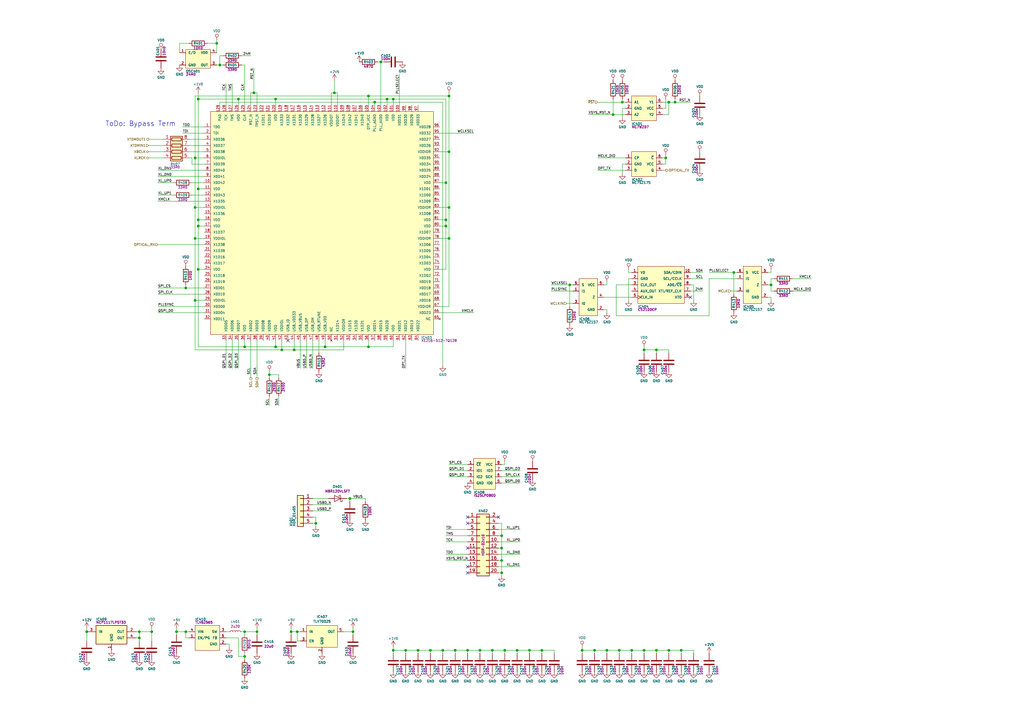
<source format=kicad_sch>
(kicad_sch (version 20211123) (generator eeschema)
  (paper "A3")
  (title_block (title "freeDSP Aurora") (date "24.7.2018") (rev "1.0.0") (company "auverdion"))
  (junction (at 300.99 111.76))
  (junction (at 184.15 97.79))
  (junction (at 196.85 266.7))
  (junction (at 76.2 259.08))
  (junction (at 207.01 266.7))
  (junction (at 254 266.7))
  (junction (at 137.16 38.1))
  (junction (at 269.24 143.51))
  (junction (at 181.61 266.7))
  (junction (at 81.28 110.49))
  (junction (at 184.15 62.23))
  (junction (at 222.25 266.7))
  (junction (at 97.79 40.64))
  (junction (at 81.28 90.17))
  (junction (at 217.17 266.7))
  (junction (at 274.32 266.7))
  (junction (at 264.16 266.7))
  (junction (at 184.15 39.37))
  (junction (at 259.08 266.7))
  (junction (at 233.68 116.84))
  (junction (at 81.28 77.47))
  (junction (at 115.57 143.51))
  (junction (at 171.45 266.7))
  (junction (at 212.09 266.7))
  (junction (at 88.9 17.78))
  (junction (at 161.29 40.64))
  (junction (at 238.76 266.7))
  (junction (at 76.2 118.11))
  (junction (at 80.01 85.09))
  (junction (at 205.74 229.87))
  (junction (at 276.86 41.91))
  (junction (at 201.93 266.7))
  (junction (at 161.29 266.7))
  (junction (at 80.01 123.19))
  (junction (at 166.37 266.7))
  (junction (at 113.03 40.64))
  (junction (at 182.88 74.93))
  (junction (at 248.92 266.7))
  (junction (at 121.92 259.08))
  (junction (at 184.15 85.09))
  (junction (at 316.23 116.84))
  (junction (at 205.74 224.79))
  (junction (at 151.13 142.24))
  (junction (at 269.24 266.7))
  (junction (at 176.53 266.7))
  (junction (at 243.84 266.7))
  (junction (at 129.54 214.63))
  (junction (at 205.74 234.95))
  (junction (at 255.27 41.91))
  (junction (at 80.01 97.79))
  (junction (at 90.17 26.67))
  (junction (at 279.4 266.7))
  (junction (at 119.38 259.08))
  (junction (at 100.33 142.24))
  (junction (at 81.28 40.64))
  (junction (at 251.46 46.99))
  (junction (at 186.69 266.7))
  (junction (at 62.23 259.08))
  (junction (at 80.01 64.77))
  (junction (at 158.75 40.64))
  (junction (at 57.15 261.62))
  (junction (at 143.51 204.47))
  (junction (at 274.32 41.91))
  (junction (at 120.65 143.51))
  (junction (at 104.14 38.1))
  (junction (at 264.16 143.51))
  (junction (at 133.35 142.24))
  (junction (at 72.39 259.08))
  (junction (at 105.41 259.08))
  (junction (at 81.28 92.71))
  (junction (at 273.05 64.77))
  (junction (at 100.33 269.24))
  (junction (at 156.21 25.4))
  (junction (at 205.74 219.71))
  (junction (at 57.15 259.08))
  (junction (at 151.13 39.37))
  (junction (at 153.67 41.91))
  (junction (at 100.33 259.08))
  (junction (at 35.56 259.08))
  (junction (at 113.03 142.24))
  (junction (at 110.49 153.67))
  (junction (at 182.88 92.71))
  (junction (at 191.77 266.7))
  (junction (at 144.78 259.08))
  (junction (at 182.88 90.17))
  (no_connect (at 191.77 232.41))
  (no_connect (at 191.77 212.09))
  (no_connect (at 191.77 234.95))
  (no_connect (at 118.11 139.7))
  (no_connect (at 283.21 121.92))
  (no_connect (at 191.77 214.63))
  (no_connect (at 204.47 212.09))
  (no_connect (at 191.77 224.79))
  (wire (pts (xy 81.28 38.1) (xy 81.28 40.64)))
  (wire (pts (xy 248.92 266.7) (xy 248.92 267.97)))
  (wire (pts (xy 201.93 266.7) (xy 207.01 266.7)))
  (wire (pts (xy 110.49 153.67) (xy 110.49 154.94)))
  (wire (pts (xy 120.65 143.51) (xy 140.97 143.51)))
  (wire (pts (xy 83.82 125.73) (xy 64.77 125.73)))
  (wire (pts (xy 186.69 266.7) (xy 191.77 266.7)))
  (wire (pts (xy 105.41 259.08) (xy 105.41 260.35)))
  (wire (pts (xy 269.24 143.51) (xy 274.32 143.51)))
  (wire (pts (xy 284.48 123.19) (xy 284.48 116.84)))
  (wire (pts (xy 120.65 139.7) (xy 120.65 143.51)))
  (wire (pts (xy 158.75 40.64) (xy 161.29 40.64)))
  (wire (pts (xy 256.54 64.77) (xy 245.11 64.77)))
  (wire (pts (xy 205.74 229.87) (xy 205.74 234.95)))
  (wire (pts (xy 88.9 16.51) (xy 88.9 17.78)))
  (wire (pts (xy 182.88 92.71) (xy 182.88 110.49)))
  (wire (pts (xy 166.37 266.7) (xy 171.45 266.7)))
  (wire (pts (xy 121.92 262.89) (xy 121.92 259.08)))
  (wire (pts (xy 144.78 257.81) (xy 144.78 259.08)))
  (wire (pts (xy 273.05 67.31) (xy 271.78 67.31)))
  (wire (pts (xy 191.77 219.71) (xy 182.88 219.71)))
  (wire (pts (xy 257.81 114.3) (xy 259.08 114.3)))
  (wire (pts (xy 205.74 214.63) (xy 205.74 219.71)))
  (wire (pts (xy 99.06 26.67) (xy 100.33 26.67)))
  (wire (pts (xy 143.51 204.47) (xy 143.51 205.74)))
  (wire (pts (xy 161.29 40.64) (xy 182.88 40.64)))
  (wire (pts (xy 144.78 259.08) (xy 144.78 260.35)))
  (wire (pts (xy 123.19 262.89) (xy 121.92 262.89)))
  (wire (pts (xy 137.16 38.1) (xy 138.43 38.1)))
  (wire (pts (xy 233.68 116.84) (xy 234.95 116.84)))
  (wire (pts (xy 254 266.7) (xy 254 267.97)))
  (wire (pts (xy 100.33 26.67) (xy 100.33 43.18)))
  (wire (pts (xy 100.33 267.97) (xy 100.33 269.24)))
  (wire (pts (xy 140.97 259.08) (xy 144.78 259.08)))
  (wire (pts (xy 248.92 116.84) (xy 248.92 115.57)))
  (wire (pts (xy 182.88 74.93) (xy 182.88 90.17)))
  (wire (pts (xy 182.88 90.17) (xy 180.34 90.17)))
  (wire (pts (xy 154.94 25.4) (xy 156.21 25.4)))
  (wire (pts (xy 81.28 110.49) (xy 83.82 110.49)))
  (wire (pts (xy 135.89 38.1) (xy 137.16 38.1)))
  (wire (pts (xy 121.92 259.08) (xy 123.19 259.08)))
  (wire (pts (xy 83.82 120.65) (xy 64.77 120.65)))
  (wire (pts (xy 81.28 142.24) (xy 100.33 142.24)))
  (wire (pts (xy 314.96 111.76) (xy 316.23 111.76)))
  (wire (pts (xy 325.12 114.3) (xy 332.74 114.3)))
  (wire (pts (xy 227.33 266.7) (xy 227.33 267.97)))
  (wire (pts (xy 62.23 259.08) (xy 62.23 262.89)))
  (wire (pts (xy 171.45 266.7) (xy 176.53 266.7)))
  (wire (pts (xy 204.47 227.33) (xy 213.36 227.33)))
  (wire (pts (xy 213.36 198.12) (xy 205.74 198.12)))
  (wire (pts (xy 143.51 204.47) (xy 149.86 204.47)))
  (wire (pts (xy 316.23 116.84) (xy 316.23 119.38)))
  (wire (pts (xy 100.33 269.24) (xy 100.33 270.51)))
  (wire (pts (xy 184.15 62.23) (xy 180.34 62.23)))
  (wire (pts (xy 269.24 266.7) (xy 269.24 267.97)))
  (wire (pts (xy 213.36 193.04) (xy 205.74 193.04)))
  (wire (pts (xy 72.39 257.81) (xy 72.39 259.08)))
  (wire (pts (xy 182.88 92.71) (xy 180.34 92.71)))
  (wire (pts (xy 156.21 25.4) (xy 156.21 43.18)))
  (wire (pts (xy 78.74 80.01) (xy 83.82 80.01)))
  (wire (pts (xy 325.12 119.38) (xy 332.74 119.38)))
  (wire (pts (xy 226.06 119.38) (xy 234.95 119.38)))
  (wire (pts (xy 80.01 123.19) (xy 83.82 123.19)))
  (wire (pts (xy 226.06 116.84) (xy 233.68 116.84)))
  (wire (pts (xy 274.32 46.99) (xy 271.78 46.99)))
  (wire (pts (xy 212.09 266.7) (xy 212.09 267.97)))
  (wire (pts (xy 151.13 39.37) (xy 151.13 43.18)))
  (wire (pts (xy 217.17 266.7) (xy 222.25 266.7)))
  (wire (pts (xy 317.5 114.3) (xy 316.23 114.3)))
  (wire (pts (xy 95.25 43.18) (xy 95.25 34.29)))
  (wire (pts (xy 100.33 139.7) (xy 100.33 142.24)))
  (wire (pts (xy 133.35 139.7) (xy 133.35 142.24)))
  (wire (pts (xy 128.27 139.7) (xy 128.27 151.13)))
  (wire (pts (xy 205.74 234.95) (xy 205.74 236.22)))
  (wire (pts (xy 102.87 38.1) (xy 104.14 38.1)))
  (wire (pts (xy 55.88 259.08) (xy 57.15 259.08)))
  (wire (pts (xy 184.15 85.09) (xy 184.15 97.79)))
  (wire (pts (xy 128.27 207.01) (xy 135.89 207.01)))
  (wire (pts (xy 213.36 195.58) (xy 205.74 195.58)))
  (wire (pts (xy 279.4 266.7) (xy 284.48 266.7)))
  (wire (pts (xy 130.81 144.78) (xy 130.81 139.7)))
  (wire (pts (xy 67.31 57.15) (xy 60.96 57.15)))
  (wire (pts (xy 252.73 116.84) (xy 259.08 116.84)))
  (wire (pts (xy 153.67 41.91) (xy 181.61 41.91)))
  (wire (pts (xy 128.27 204.47) (xy 134.62 204.47)))
  (wire (pts (xy 271.78 64.77) (xy 273.05 64.77)))
  (wire (pts (xy 217.17 266.7) (xy 217.17 267.97)))
  (wire (pts (xy 71.12 80.01) (xy 64.77 80.01)))
  (wire (pts (xy 77.47 261.62) (xy 76.2 261.62)))
  (wire (pts (xy 205.74 190.5) (xy 207.01 190.5)))
  (wire (pts (xy 161.29 40.64) (xy 161.29 43.18)))
  (wire (pts (xy 314.96 121.92) (xy 316.23 121.92)))
  (wire (pts (xy 212.09 266.7) (xy 217.17 266.7)))
  (wire (pts (xy 251.46 40.64) (xy 251.46 46.99)))
  (wire (pts (xy 119.38 257.81) (xy 119.38 259.08)))
  (wire (pts (xy 273.05 44.45) (xy 273.05 40.64)))
  (wire (pts (xy 279.4 266.7) (xy 279.4 267.97)))
  (wire (pts (xy 191.77 266.7) (xy 191.77 267.97)))
  (wire (pts (xy 274.32 266.7) (xy 274.32 267.97)))
  (wire (pts (xy 83.82 54.61) (xy 74.93 54.61)))
  (wire (pts (xy 161.29 265.43) (xy 161.29 266.7)))
  (wire (pts (xy 255.27 41.91) (xy 256.54 41.91)))
  (wire (pts (xy 257.81 111.76) (xy 257.81 110.49)))
  (wire (pts (xy 300.99 111.76) (xy 302.26 111.76)))
  (wire (pts (xy 207.01 266.7) (xy 207.01 267.97)))
  (wire (pts (xy 92.71 264.16) (xy 93.98 264.16)))
  (wire (pts (xy 259.08 266.7) (xy 259.08 267.97)))
  (wire (pts (xy 88.9 17.78) (xy 85.09 17.78)))
  (wire (pts (xy 71.12 74.93) (xy 64.77 74.93)))
  (wire (pts (xy 77.47 57.15) (xy 83.82 57.15)))
  (wire (pts (xy 194.31 128.27) (xy 180.34 128.27)))
  (wire (pts (xy 163.83 43.18) (xy 163.83 30.48)))
  (wire (pts (xy 80.01 39.37) (xy 151.13 39.37)))
  (wire (pts (xy 196.85 266.7) (xy 201.93 266.7)))
  (wire (pts (xy 113.03 40.64) (xy 113.03 43.18)))
  (wire (pts (xy 72.39 259.08) (xy 72.39 260.35)))
  (wire (pts (xy 81.28 77.47) (xy 81.28 90.17)))
  (wire (pts (xy 92.71 43.18) (xy 92.71 34.29)))
  (wire (pts (xy 64.77 118.11) (xy 76.2 118.11)))
  (wire (pts (xy 269.24 143.51) (xy 269.24 144.78)))
  (wire (pts (xy 271.78 41.91) (xy 274.32 41.91)))
  (wire (pts (xy 151.13 142.24) (xy 151.13 139.7)))
  (wire (pts (xy 76.2 259.08) (xy 77.47 259.08)))
  (wire (pts (xy 264.16 143.51) (xy 264.16 144.78)))
  (wire (pts (xy 191.77 190.5) (xy 184.15 190.5)))
  (wire (pts (xy 115.57 143.51) (xy 120.65 143.51)))
  (wire (pts (xy 93.98 264.16) (xy 93.98 265.43)))
  (wire (pts (xy 151.13 39.37) (xy 184.15 39.37)))
  (wire (pts (xy 105.41 38.1) (xy 105.41 43.18)))
  (wire (pts (xy 67.31 59.69) (xy 60.96 59.69)))
  (wire (pts (xy 176.53 266.7) (xy 176.53 267.97)))
  (wire (pts (xy 255.27 44.45) (xy 256.54 44.45)))
  (wire (pts (xy 204.47 222.25) (xy 213.36 222.25)))
  (wire (pts (xy 156.21 25.4) (xy 157.48 25.4)))
  (wire (pts (xy 186.69 266.7) (xy 186.69 267.97)))
  (wire (pts (xy 129.54 212.09) (xy 129.54 214.63)))
  (wire (pts (xy 204.47 232.41) (xy 213.36 232.41)))
  (wire (pts (xy 119.38 259.08) (xy 119.38 260.35)))
  (wire (pts (xy 81.28 92.71) (xy 81.28 110.49)))
  (wire (pts (xy 128.27 209.55) (xy 135.89 209.55)))
  (wire (pts (xy 271.78 69.85) (xy 273.05 69.85)))
  (wire (pts (xy 91.44 22.86) (xy 90.17 22.86)))
  (wire (pts (xy 92.71 261.62) (xy 97.79 261.62)))
  (wire (pts (xy 264.16 266.7) (xy 264.16 267.97)))
  (wire (pts (xy 100.33 259.08) (xy 105.41 259.08)))
  (wire (pts (xy 80.01 64.77) (xy 83.82 64.77)))
  (wire (pts (xy 247.65 116.84) (xy 248.92 116.84)))
  (wire (pts (xy 153.67 43.18) (xy 153.67 41.91)))
  (wire (pts (xy 105.41 139.7) (xy 105.41 154.94)))
  (wire (pts (xy 204.47 224.79) (xy 205.74 224.79)))
  (wire (pts (xy 142.24 204.47) (xy 143.51 204.47)))
  (wire (pts (xy 184.15 125.73) (xy 180.34 125.73)))
  (wire (pts (xy 83.82 82.55) (xy 64.77 82.55)))
  (wire (pts (xy 119.38 259.08) (xy 121.92 259.08)))
  (wire (pts (xy 88.9 26.67) (xy 90.17 26.67)))
  (wire (pts (xy 77.47 62.23) (xy 83.82 62.23)))
  (wire (pts (xy 83.82 100.33) (xy 64.77 100.33)))
  (wire (pts (xy 102.87 43.18) (xy 102.87 38.1)))
  (wire (pts (xy 151.13 142.24) (xy 161.29 142.24)))
  (wire (pts (xy 161.29 266.7) (xy 161.29 267.97)))
  (wire (pts (xy 264.16 142.24) (xy 264.16 143.51)))
  (wire (pts (xy 100.33 142.24) (xy 113.03 142.24)))
  (wire (pts (xy 35.56 259.08) (xy 35.56 262.89)))
  (wire (pts (xy 191.77 195.58) (xy 184.15 195.58)))
  (wire (pts (xy 80.01 97.79) (xy 83.82 97.79)))
  (wire (pts (xy 248.92 266.7) (xy 254 266.7)))
  (wire (pts (xy 76.2 261.62) (xy 76.2 259.08)))
  (wire (pts (xy 255.27 67.31) (xy 255.27 71.12)))
  (wire (pts (xy 194.31 54.61) (xy 180.34 54.61)))
  (wire (pts (xy 299.72 119.38) (xy 302.26 119.38)))
  (wire (pts (xy 191.77 222.25) (xy 182.88 222.25)))
  (wire (pts (xy 245.11 41.91) (xy 255.27 41.91)))
  (wire (pts (xy 204.47 219.71) (xy 205.74 219.71)))
  (wire (pts (xy 81.28 90.17) (xy 81.28 92.71)))
  (wire (pts (xy 238.76 266.7) (xy 238.76 267.97)))
  (wire (pts (xy 271.78 44.45) (xy 273.05 44.45)))
  (wire (pts (xy 180.34 97.79) (xy 184.15 97.79)))
  (wire (pts (xy 57.15 259.08) (xy 57.15 261.62)))
  (wire (pts (xy 182.88 40.64) (xy 182.88 74.93)))
  (wire (pts (xy 207.01 190.5) (xy 207.01 189.23)))
  (wire (pts (xy 83.82 128.27) (xy 64.77 128.27)))
  (wire (pts (xy 90.17 26.67) (xy 91.44 26.67)))
  (wire (pts (xy 166.37 266.7) (xy 166.37 267.97)))
  (wire (pts (xy 110.49 152.4) (xy 110.49 153.67)))
  (wire (pts (xy 181.61 41.91) (xy 181.61 149.86)))
  (wire (pts (xy 251.46 46.99) (xy 256.54 46.99)))
  (wire (pts (xy 90.17 41.91) (xy 153.67 41.91)))
  (wire (pts (xy 80.01 85.09) (xy 80.01 97.79)))
  (wire (pts (xy 67.31 64.77) (xy 60.96 64.77)))
  (wire (pts (xy 80.01 123.19) (xy 80.01 143.51)))
  (wire (pts (xy 81.28 40.64) (xy 97.79 40.64)))
  (wire (pts (xy 104.14 38.1) (xy 104.14 27.94)))
  (wire (pts (xy 83.82 52.07) (xy 74.93 52.07)))
  (wire (pts (xy 184.15 38.1) (xy 184.15 39.37)))
  (wire (pts (xy 73.66 17.78) (xy 73.66 21.59)))
  (wire (pts (xy 110.49 153.67) (xy 114.3 153.67)))
  (wire (pts (xy 238.76 265.43) (xy 238.76 266.7)))
  (wire (pts (xy 205.74 224.79) (xy 205.74 229.87)))
  (wire (pts (xy 259.08 266.7) (xy 264.16 266.7)))
  (wire (pts (xy 129.54 214.63) (xy 129.54 215.9)))
  (wire (pts (xy 290.83 114.3) (xy 302.26 114.3)))
  (wire (pts (xy 35.56 257.81) (xy 35.56 259.08)))
  (wire (pts (xy 123.19 139.7) (xy 123.19 151.13)))
  (wire (pts (xy 255.27 48.26) (xy 255.27 44.45)))
  (wire (pts (xy 67.31 62.23) (xy 60.96 62.23)))
  (wire (pts (xy 241.3 46.99) (xy 251.46 46.99)))
  (wire (pts (xy 222.25 266.7) (xy 227.33 266.7)))
  (wire (pts (xy 274.32 41.91) (xy 276.86 41.91)))
  (wire (pts (xy 204.47 214.63) (xy 205.74 214.63)))
  (wire (pts (xy 191.77 229.87) (xy 182.88 229.87)))
  (wire (pts (xy 191.77 193.04) (xy 184.15 193.04)))
  (wire (pts (xy 191.77 217.17) (xy 182.88 217.17)))
  (wire (pts (xy 90.17 22.86) (xy 90.17 26.67)))
  (wire (pts (xy 181.61 266.7) (xy 181.61 267.97)))
  (wire (pts (xy 138.43 38.1) (xy 138.43 43.18)))
  (wire (pts (xy 257.81 123.19) (xy 257.81 114.3)))
  (wire (pts (xy 57.15 259.08) (xy 62.23 259.08)))
  (wire (pts (xy 78.74 67.31) (xy 78.74 64.77)))
  (wire (pts (xy 88.9 17.78) (xy 88.9 21.59)))
  (wire (pts (xy 184.15 85.09) (xy 180.34 85.09)))
  (wire (pts (xy 135.89 43.18) (xy 135.89 38.1)))
  (wire (pts (xy 99.06 259.08) (xy 100.33 259.08)))
  (wire (pts (xy 97.79 261.62) (xy 97.79 269.24)))
  (wire (pts (xy 176.53 266.7) (xy 181.61 266.7)))
  (wire (pts (xy 80.01 143.51) (xy 115.57 143.51)))
  (wire (pts (xy 113.03 40.64) (xy 158.75 40.64)))
  (wire (pts (xy 256.54 69.85) (xy 245.11 69.85)))
  (wire (pts (xy 264.16 143.51) (xy 269.24 143.51)))
  (wire (pts (xy 290.83 129.54) (xy 290.83 114.3)))
  (wire (pts (xy 77.47 59.69) (xy 83.82 59.69)))
  (wire (pts (xy 269.24 266.7) (xy 274.32 266.7)))
  (wire (pts (xy 238.76 266.7) (xy 243.84 266.7)))
  (wire (pts (xy 97.79 269.24) (xy 100.33 269.24)))
  (wire (pts (xy 254 266.7) (xy 259.08 266.7)))
  (wire (pts (xy 95.25 139.7) (xy 95.25 151.13)))
  (wire (pts (xy 102.87 139.7) (xy 102.87 154.94)))
  (wire (pts (xy 97.79 40.64) (xy 113.03 40.64)))
  (wire (pts (xy 274.32 266.7) (xy 279.4 266.7)))
  (wire (pts (xy 201.93 266.7) (xy 201.93 267.97)))
  (wire (pts (xy 133.35 142.24) (xy 151.13 142.24)))
  (wire (pts (xy 128.27 214.63) (xy 129.54 214.63)))
  (wire (pts (xy 284.48 266.7) (xy 284.48 267.97)))
  (wire (pts (xy 97.79 43.18) (xy 97.79 40.64)))
  (wire (pts (xy 316.23 114.3) (xy 316.23 116.84)))
  (wire (pts (xy 80.01 64.77) (xy 80.01 85.09)))
  (wire (pts (xy 290.83 111.76) (xy 300.99 111.76)))
  (wire (pts (xy 283.21 119.38) (xy 288.29 119.38)))
  (wire (pts (xy 233.68 116.84) (xy 233.68 125.73)))
  (wire (pts (xy 62.23 257.81) (xy 62.23 259.08)))
  (wire (pts (xy 248.92 127) (xy 248.92 128.27)))
  (wire (pts (xy 113.03 142.24) (xy 113.03 139.7)))
  (wire (pts (xy 113.03 142.24) (xy 133.35 142.24)))
  (wire (pts (xy 57.15 261.62) (xy 57.15 262.89)))
  (wire (pts (xy 184.15 97.79) (xy 184.15 125.73)))
  (wire (pts (xy 158.75 40.64) (xy 158.75 43.18)))
  (wire (pts (xy 205.74 234.95) (xy 204.47 234.95)))
  (wire (pts (xy 137.16 33.02) (xy 137.16 38.1)))
  (wire (pts (xy 274.32 143.51) (xy 274.32 144.78)))
  (wire (pts (xy 90.17 41.91) (xy 90.17 43.18)))
  (wire (pts (xy 83.82 67.31) (xy 78.74 67.31)))
  (wire (pts (xy 191.77 266.7) (xy 196.85 266.7)))
  (wire (pts (xy 72.39 259.08) (xy 76.2 259.08)))
  (wire (pts (xy 243.84 266.7) (xy 248.92 266.7)))
  (wire (pts (xy 161.29 142.24) (xy 161.29 139.7)))
  (wire (pts (xy 81.28 90.17) (xy 83.82 90.17)))
  (wire (pts (xy 276.86 40.64) (xy 276.86 41.91)))
  (wire (pts (xy 196.85 266.7) (xy 196.85 267.97)))
  (wire (pts (xy 80.01 85.09) (xy 83.82 85.09)))
  (wire (pts (xy 181.61 266.7) (xy 186.69 266.7)))
  (wire (pts (xy 243.84 266.7) (xy 243.84 267.97)))
  (wire (pts (xy 283.21 111.76) (xy 288.29 111.76)))
  (wire (pts (xy 247.65 127) (xy 248.92 127)))
  (wire (pts (xy 314.96 116.84) (xy 316.23 116.84)))
  (wire (pts (xy 115.57 139.7) (xy 115.57 143.51)))
  (wire (pts (xy 81.28 77.47) (xy 83.82 77.47)))
  (wire (pts (xy 128.27 212.09) (xy 129.54 212.09)))
  (wire (pts (xy 256.54 67.31) (xy 255.27 67.31)))
  (wire (pts (xy 232.41 124.46) (xy 234.95 124.46)))
  (wire (pts (xy 114.3 162.56) (xy 114.3 166.37)))
  (wire (pts (xy 182.88 90.17) (xy 182.88 92.71)))
  (wire (pts (xy 252.73 116.84) (xy 252.73 129.54)))
  (wire (pts (xy 105.41 257.81) (xy 105.41 259.08)))
  (wire (pts (xy 274.32 41.91) (xy 274.32 46.99)))
  (wire (pts (xy 247.65 121.92) (xy 259.08 121.92)))
  (wire (pts (xy 222.25 266.7) (xy 222.25 267.97)))
  (wire (pts (xy 204.47 229.87) (xy 205.74 229.87)))
  (wire (pts (xy 99.06 22.86) (xy 102.87 22.86)))
  (wire (pts (xy 80.01 39.37) (xy 80.01 64.77)))
  (wire (pts (xy 81.28 40.64) (xy 81.28 77.47)))
  (wire (pts (xy 114.3 153.67) (xy 114.3 154.94)))
  (wire (pts (xy 273.05 63.5) (xy 273.05 64.77)))
  (wire (pts (xy 161.29 266.7) (xy 166.37 266.7)))
  (wire (pts (xy 316.23 119.38) (xy 317.5 119.38)))
  (wire (pts (xy 78.74 74.93) (xy 83.82 74.93)))
  (wire (pts (xy 83.82 72.39) (xy 64.77 72.39)))
  (wire (pts (xy 276.86 41.91) (xy 283.21 41.91)))
  (wire (pts (xy 77.47 17.78) (xy 73.66 17.78)))
  (wire (pts (xy 259.08 111.76) (xy 257.81 111.76)))
  (wire (pts (xy 184.15 39.37) (xy 184.15 62.23)))
  (wire (pts (xy 283.21 114.3) (xy 288.29 114.3)))
  (wire (pts (xy 125.73 139.7) (xy 125.73 151.13)))
  (wire (pts (xy 92.71 259.08) (xy 93.98 259.08)))
  (wire (pts (xy 166.37 139.7) (xy 166.37 151.13)))
  (wire (pts (xy 97.79 139.7) (xy 97.79 151.13)))
  (wire (pts (xy 76.2 116.84) (xy 76.2 118.11)))
  (wire (pts (xy 81.28 110.49) (xy 81.28 142.24)))
  (wire (pts (xy 110.49 162.56) (xy 110.49 166.37)))
  (wire (pts (xy 80.01 97.79) (xy 80.01 123.19)))
  (wire (pts (xy 83.82 69.85) (xy 64.77 69.85)))
  (wire (pts (xy 100.33 259.08) (xy 100.33 260.35)))
  (wire (pts (xy 205.74 219.71) (xy 205.74 224.79)))
  (wire (pts (xy 316.23 111.76) (xy 316.23 110.49)))
  (wire (pts (xy 76.2 118.11) (xy 83.82 118.11)))
  (wire (pts (xy 252.73 129.54) (xy 290.83 129.54)))
  (wire (pts (xy 184.15 62.23) (xy 184.15 85.09)))
  (wire (pts (xy 273.05 64.77) (xy 273.05 67.31)))
  (wire (pts (xy 104.14 38.1) (xy 105.41 38.1)))
  (wire (pts (xy 316.23 121.92) (xy 316.23 123.19)))
  (wire (pts (xy 140.97 143.51) (xy 140.97 139.7)))
  (wire (pts (xy 284.48 116.84) (xy 283.21 116.84)))
  (wire (pts (xy 149.86 204.47) (xy 149.86 205.74)))
  (wire (pts (xy 264.16 266.7) (xy 269.24 266.7)))
  (wire (pts (xy 171.45 266.7) (xy 171.45 267.97)))
  (wire (pts (xy 255.27 40.64) (xy 255.27 41.91)))
  (wire (pts (xy 300.99 120.65) (xy 300.99 111.76)))
  (wire (pts (xy 182.88 110.49) (xy 180.34 110.49)))
  (wire (pts (xy 55.88 261.62) (xy 57.15 261.62)))
  (wire (pts (xy 207.01 266.7) (xy 212.09 266.7)))
  (wire (pts (xy 204.47 217.17) (xy 213.36 217.17)))
  (wire (pts (xy 81.28 92.71) (xy 83.82 92.71)))
  (wire (pts (xy 182.88 74.93) (xy 180.34 74.93)))
  (wire (pts (xy 191.77 227.33) (xy 182.88 227.33)))
  (wire (pts (xy 92.71 139.7) (xy 92.71 151.13)))
  (wire (pts (xy 78.74 64.77) (xy 77.47 64.77)))
  (text "ToDo: Bypass Term" (at 43.18 52.07 0) (effects (font (size 2.0066 2.0066)) (justify left bottom)))
  (label "XMCLK" (at 332.74 114.3 180) (effects (font (size 0.9906 0.9906))))
  (label "XSYS_RST_N" (at 182.88 229.87 0) (effects (font (size 0.9906 0.9906))))
  (label "WCLKSEL" (at 226.06 116.84 0) (effects (font (size 0.9906 0.9906))))
  (label "OPT_TX" (at 166.37 151.13 90) (effects (font (size 0.9906 0.9906))))
  (label "USBD_P" (at 125.73 151.13 90) (effects (font (size 0.9906 0.9906))))
  (label "QSPI_D1" (at 92.71 151.13 90) (effects (font (size 0.9906 0.9906))))
  (label "24M" (at 102.87 22.86 180) (effects (font (size 0.9906 0.9906))))
  (label "USBD_P" (at 135.89 209.55 180) (effects (font (size 0.9906 0.9906))))
  (label "SCL" (at 110.49 166.37 90) (effects (font (size 0.9906 0.9906))))
  (label "TCK" (at 182.88 222.25 0) (effects (font (size 0.9906 0.9906))))
  (label "XSYS_RST_N" (at 241.3 46.99 0) (effects (font (size 0.9906 0.9906))))
  (label "XL_DN1" (at 64.77 69.85 0) (effects (font (size 0.9906 0.9906))))
  (label "SDA" (at 114.3 166.37 90) (effects (font (size 0.9906 0.9906))))
  (label "QSPI_D2" (at 184.15 195.58 0) (effects (font (size 0.9906 0.9906))))
  (label "24M" (at 288.29 119.38 180) (effects (font (size 0.9906 0.9906))))
  (label "VBUS" (at 144.78 204.47 0) (effects (font (size 0.9906 0.9906))))
  (label "USBD_N" (at 135.89 207.01 180) (effects (font (size 0.9906 0.9906))))
  (label "XL_DN0" (at 64.77 72.39 0) (effects (font (size 0.9906 0.9906))))
  (label "TMS" (at 182.88 219.71 0) (effects (font (size 0.9906 0.9906))))
  (label "TDO" (at 74.93 52.07 0) (effects (font (size 0.9906 0.9906))))
  (label "SCL" (at 102.87 153.67 90) (effects (font (size 0.9906 0.9906))))
  (label "XL_DN1" (at 213.36 232.41 180) (effects (font (size 0.9906 0.9906))))
  (label "QSPI_D1" (at 184.15 193.04 0) (effects (font (size 0.9906 0.9906))))
  (label "RST_N" (at 283.21 41.91 180) (effects (font (size 0.9906 0.9906))))
  (label "RST_N" (at 104.14 27.94 270) (effects (font (size 0.9906 0.9906))))
  (label "VBUS" (at 123.19 151.13 90) (effects (font (size 0.9906 0.9906))))
  (label "QSPI_D0" (at 64.77 128.27 0) (effects (font (size 0.9906 0.9906))))
  (label "SPI_CS" (at 184.15 190.5 0) (effects (font (size 0.9906 0.9906))))
  (label "QSPI_D2" (at 95.25 151.13 90) (effects (font (size 0.9906 0.9906))))
  (label "TDO" (at 182.88 227.33 0) (effects (font (size 0.9906 0.9906))))
  (label "XMCLK" (at 194.31 128.27 180) (effects (font (size 0.9906 0.9906))))
  (label "SCL" (at 288.29 114.3 180) (effects (font (size 0.9906 0.9906))))
  (label "PLLSYNC" (at 226.06 119.38 0) (effects (font (size 0.9906 0.9906))))
  (label "SPI_CLK" (at 213.36 195.58 180) (effects (font (size 0.9906 0.9906))))
  (label "SPI_CS" (at 64.77 118.11 0) (effects (font (size 0.9906 0.9906))))
  (label "OPT_TX" (at 245.11 69.85 0) (effects (font (size 0.9906 0.9906))))
  (label "XL_UP0" (at 213.36 222.25 180) (effects (font (size 0.9906 0.9906))))
  (label "TMS" (at 95.25 34.29 270) (effects (font (size 0.9906 0.9906))))
  (label "PLLSELECT" (at 163.83 30.48 270) (effects (font (size 0.9906 0.9906))))
  (label "MCLK_DIO" (at 245.11 64.77 0) (effects (font (size 0.9906 0.9906))))
  (label "QSPI_D3" (at 97.79 151.13 90) (effects (font (size 0.9906 0.9906))))
  (label "PLLSELECT" (at 290.83 111.76 0) (effects (font (size 0.9906 0.9906))))
  (label "USBD_N" (at 128.27 151.13 90) (effects (font (size 0.9906 0.9906))))
  (label "XMCLK" (at 64.77 82.55 0) (effects (font (size 0.9906 0.9906))))
  (label "CLK" (at 100.33 34.29 270) (effects (font (size 0.9906 0.9906))))
  (label "XL_UP1" (at 64.77 80.01 0) (effects (font (size 0.9906 0.9906))))
  (label "XL_UP0" (at 64.77 74.93 0) (effects (font (size 0.9906 0.9906))))
  (label "TDI" (at 182.88 217.17 0) (effects (font (size 0.9906 0.9906))))
  (label "PLLSYNC" (at 64.77 125.73 0) (effects (font (size 0.9906 0.9906))))
  (label "MCLK_DIO" (at 332.74 119.38 180) (effects (font (size 0.9906 0.9906))))
  (label "SDA" (at 105.41 153.67 90) (effects (font (size 0.9906 0.9906))))
  (label "QSPI_D3" (at 213.36 193.04 180) (effects (font (size 0.9906 0.9906))))
  (label "TCK" (at 92.71 34.29 270) (effects (font (size 0.9906 0.9906))))
  (label "XL_DN0" (at 213.36 227.33 180) (effects (font (size 0.9906 0.9906))))
  (label "TDI" (at 74.93 54.61 0) (effects (font (size 0.9906 0.9906))))
  (label "XL_UP1" (at 213.36 217.17 180) (effects (font (size 0.9906 0.9906))))
  (label "SPI_CLK" (at 64.77 120.65 0) (effects (font (size 0.9906 0.9906))))
  (label "SDA" (at 288.29 111.76 180) (effects (font (size 0.9906 0.9906))))
  (label "QSPI_D0" (at 213.36 198.12 180) (effects (font (size 0.9906 0.9906))))
  (label "WCLKSEL" (at 194.31 54.61 180) (effects (font (size 0.9906 0.9906))))
  (hierarchical_label "SDA" (shape output) (at 105.41 154.94 270) (effects (font (size 0.9906 0.9906))))
  (hierarchical_label "XTDMIN1" (shape input) (at 60.96 59.69 180) (effects (font (size 0.9906 0.9906))))
  (hierarchical_label "XBCLK" (shape bidirectional) (at 60.96 62.23 180) (effects (font (size 0.9906 0.9906))))
  (hierarchical_label "OPTICAL_TX" (shape output) (at 273.05 69.85 0) (effects (font (size 0.9906 0.9906))))
  (hierarchical_label "OPTICAL_RX" (shape input) (at 64.77 100.33 180) (effects (font (size 0.9906 0.9906))))
  (hierarchical_label "WCLKIN" (shape input) (at 232.41 124.46 180) (effects (font (size 0.9906 0.9906))))
  (hierarchical_label "~{RST}" (shape input) (at 245.11 41.91 180) (effects (font (size 0.9906 0.9906))))
  (hierarchical_label "SCL" (shape output) (at 102.87 154.94 270) (effects (font (size 0.9906 0.9906))))
  (hierarchical_label "XTDMOUT1" (shape output) (at 60.96 57.15 180) (effects (font (size 0.9906 0.9906))))
  (hierarchical_label "MCLK" (shape input) (at 299.72 119.38 180) (effects (font (size 0.9906 0.9906))))
  (hierarchical_label "XLRCK" (shape bidirectional) (at 60.96 64.77 180) (effects (font (size 0.9906 0.9906))))
  (symbol (lib_id "freeDSP-aurora-rescue:GND") (at 181.61 149.86 0) (unit 1)
    (property "Reference" "#PWR0200" (effects hide))
    (property "Value" "GND" (at 181.61 153.67 0) (effects (font (size 0.9906 0.9906))))
  )
  (symbol (lib_id "freeDSP-aurora-rescue:GND") (at 165.1 25.4 0) (unit 1)
    (property "Reference" "#PWR0201" (effects hide))
    (property "Value" "GND" (at 165.1 29.21 0) (effects (font (size 0.9906 0.9906))))
  )
  (symbol (lib_id "freeDSP-aurora-rescue:+1V0") (at 147.32 25.4 0) (unit 1)
    (property "Reference" "#PWR0202" (effects hide))
    (property "Value" "+1V0" (at 147.32 21.844 0) (effects (font (size 0.9906 0.9906))))
  )
  (symbol (lib_id "freeDSP-aurora-rescue:+1V0") (at 81.28 38.1 0) (unit 1)
    (property "Reference" "#PWR0203" (effects hide))
    (property "Value" "+1V0" (at 81.28 34.544 0) (effects (font (size 0.9906 0.9906))))
  )
  (symbol (lib_id "freeDSP-aurora-rescue:+2V5") (at 137.16 33.02 0) (unit 1)
    (property "Reference" "#PWR0204" (effects hide))
    (property "Value" "+2V5" (at 137.16 29.464 0) (effects (font (size 0.9906 0.9906))))
  )
  (symbol (lib_id "freeDSP-aurora-rescue:GND") (at 274.32 275.59 0) (unit 1)
    (property "Reference" "#PWR0205" (effects hide))
    (property "Value" "GND" (at 274.32 279.4 0) (effects (font (size 0.9906 0.9906))))
  )
  (symbol (lib_id "freeDSP-aurora-rescue:GND") (at 279.4 275.59 0) (unit 1)
    (property "Reference" "#PWR0206" (effects hide))
    (property "Value" "GND" (at 279.4 279.4 0) (effects (font (size 0.9906 0.9906))))
  )
  (symbol (lib_id "freeDSP-aurora-rescue:GND") (at 284.48 275.59 0) (unit 1)
    (property "Reference" "#PWR0207" (effects hide))
    (property "Value" "GND" (at 284.48 279.4 0) (effects (font (size 0.9906 0.9906))))
  )
  (symbol (lib_id "freeDSP-aurora-rescue:GND") (at 269.24 275.59 0) (unit 1)
    (property "Reference" "#PWR0208" (effects hide))
    (property "Value" "GND" (at 269.24 279.4 0) (effects (font (size 0.9906 0.9906))))
  )
  (symbol (lib_id "freeDSP-aurora-rescue:GND") (at 264.16 275.59 0) (unit 1)
    (property "Reference" "#PWR0209" (effects hide))
    (property "Value" "GND" (at 264.16 279.4 0) (effects (font (size 0.9906 0.9906))))
  )
  (symbol (lib_id "freeDSP-aurora-rescue:GND") (at 290.83 275.59 0) (unit 1)
    (property "Reference" "#PWR0210" (effects hide))
    (property "Value" "GND" (at 290.83 279.4 0) (effects (font (size 0.9906 0.9906))))
  )
  (symbol (lib_id "freeDSP-aurora-rescue:GND") (at 248.92 275.59 0) (unit 1)
    (property "Reference" "#PWR0211" (effects hide))
    (property "Value" "GND" (at 248.92 279.4 0) (effects (font (size 0.9906 0.9906))))
  )
  (symbol (lib_id "freeDSP-aurora-rescue:GND") (at 254 275.59 0) (unit 1)
    (property "Reference" "#PWR0212" (effects hide))
    (property "Value" "GND" (at 254 279.4 0) (effects (font (size 0.9906 0.9906))))
  )
  (symbol (lib_id "freeDSP-aurora-rescue:GND") (at 259.08 275.59 0) (unit 1)
    (property "Reference" "#PWR0213" (effects hide))
    (property "Value" "GND" (at 259.08 279.4 0) (effects (font (size 0.9906 0.9906))))
  )
  (symbol (lib_id "freeDSP-aurora-rescue:GND") (at 243.84 275.59 0) (unit 1)
    (property "Reference" "#PWR0214" (effects hide))
    (property "Value" "GND" (at 243.84 279.4 0) (effects (font (size 0.9906 0.9906))))
  )
  (symbol (lib_id "freeDSP-aurora-rescue:GND") (at 238.76 275.59 0) (unit 1)
    (property "Reference" "#PWR0215" (effects hide))
    (property "Value" "GND" (at 238.76 279.4 0) (effects (font (size 0.9906 0.9906))))
  )
  (symbol (lib_id "freeDSP-aurora-rescue:GND") (at 196.85 275.59 0) (unit 1)
    (property "Reference" "#PWR0216" (effects hide))
    (property "Value" "GND" (at 196.85 279.4 0) (effects (font (size 0.9906 0.9906))))
  )
  (symbol (lib_id "freeDSP-aurora-rescue:GND") (at 201.93 275.59 0) (unit 1)
    (property "Reference" "#PWR0217" (effects hide))
    (property "Value" "GND" (at 201.93 279.4 0) (effects (font (size 0.9906 0.9906))))
  )
  (symbol (lib_id "freeDSP-aurora-rescue:GND") (at 207.01 275.59 0) (unit 1)
    (property "Reference" "#PWR0218" (effects hide))
    (property "Value" "GND" (at 207.01 279.4 0) (effects (font (size 0.9906 0.9906))))
  )
  (symbol (lib_id "freeDSP-aurora-rescue:GND") (at 191.77 275.59 0) (unit 1)
    (property "Reference" "#PWR0219" (effects hide))
    (property "Value" "GND" (at 191.77 279.4 0) (effects (font (size 0.9906 0.9906))))
  )
  (symbol (lib_id "freeDSP-aurora-rescue:GND") (at 186.69 275.59 0) (unit 1)
    (property "Reference" "#PWR0220" (effects hide))
    (property "Value" "GND" (at 186.69 279.4 0) (effects (font (size 0.9906 0.9906))))
  )
  (symbol (lib_id "freeDSP-aurora-rescue:GND") (at 171.45 275.59 0) (unit 1)
    (property "Reference" "#PWR0221" (effects hide))
    (property "Value" "GND" (at 171.45 279.4 0) (effects (font (size 0.9906 0.9906))))
  )
  (symbol (lib_id "freeDSP-aurora-rescue:GND") (at 176.53 275.59 0) (unit 1)
    (property "Reference" "#PWR0222" (effects hide))
    (property "Value" "GND" (at 176.53 279.4 0) (effects (font (size 0.9906 0.9906))))
  )
  (symbol (lib_id "freeDSP-aurora-rescue:GND") (at 181.61 275.59 0) (unit 1)
    (property "Reference" "#PWR0223" (effects hide))
    (property "Value" "GND" (at 181.61 279.4 0) (effects (font (size 0.9906 0.9906))))
  )
  (symbol (lib_id "freeDSP-aurora-rescue:GND") (at 166.37 275.59 0) (unit 1)
    (property "Reference" "#PWR0224" (effects hide))
    (property "Value" "GND" (at 166.37 279.4 0) (effects (font (size 0.9906 0.9906))))
  )
  (symbol (lib_id "freeDSP-aurora-rescue:GND") (at 161.29 275.59 0) (unit 1)
    (property "Reference" "#PWR0225" (effects hide))
    (property "Value" "GND" (at 161.29 279.4 0) (effects (font (size 0.9906 0.9906))))
  )
  (symbol (lib_id "freeDSP-aurora-rescue:GND") (at 222.25 275.59 0) (unit 1)
    (property "Reference" "#PWR0226" (effects hide))
    (property "Value" "GND" (at 222.25 279.4 0) (effects (font (size 0.9906 0.9906))))
  )
  (symbol (lib_id "freeDSP-aurora-rescue:GND") (at 217.17 275.59 0) (unit 1)
    (property "Reference" "#PWR0227" (effects hide))
    (property "Value" "GND" (at 217.17 279.4 0) (effects (font (size 0.9906 0.9906))))
  )
  (symbol (lib_id "freeDSP-aurora-rescue:GND") (at 212.09 275.59 0) (unit 1)
    (property "Reference" "#PWR0228" (effects hide))
    (property "Value" "GND" (at 212.09 279.4 0) (effects (font (size 0.9906 0.9906))))
  )
  (symbol (lib_id "freeDSP-aurora-rescue:+1V0") (at 161.29 265.43 0) (unit 1)
    (property "Reference" "#PWR0229" (effects hide))
    (property "Value" "+1V0" (at 161.29 261.874 0) (effects (font (size 0.9906 0.9906))))
  )
  (symbol (lib_id "freeDSP-aurora-rescue:+2V5") (at 290.83 267.97 0) (unit 1)
    (property "Reference" "#PWR0230" (effects hide))
    (property "Value" "+2V5" (at 290.83 264.414 0) (effects (font (size 0.9906 0.9906))))
  )
  (symbol (lib_id "freeDSP-aurora-rescue:GND") (at 205.74 236.22 0) (unit 1)
    (property "Reference" "#PWR0231" (effects hide))
    (property "Value" "GND" (at 205.74 240.03 0) (effects (font (size 0.9906 0.9906))))
  )
  (symbol (lib_id "freeDSP-aurora-rescue:GND") (at 191.77 198.12 0) (unit 1)
    (property "Reference" "#PWR0232" (effects hide))
    (property "Value" "GND" (at 191.77 201.93 0) (effects (font (size 0.9906 0.9906))))
  )
  (symbol (lib_id "freeDSP-aurora-rescue:GND") (at 218.44 196.85 0) (unit 1)
    (property "Reference" "#PWR0233" (effects hide))
    (property "Value" "GND" (at 218.44 200.66 0) (effects (font (size 0.9906 0.9906))))
  )
  (symbol (lib_id "freeDSP-aurora-rescue:GND") (at 130.81 152.4 0) (unit 1)
    (property "Reference" "#PWR0234" (effects hide))
    (property "Value" "GND" (at 130.81 156.21 0) (effects (font (size 0.9906 0.9906))))
  )
  (symbol (lib_id "freeDSP-aurora-rescue:GND") (at 143.51 213.36 0) (unit 1)
    (property "Reference" "#PWR0235" (effects hide))
    (property "Value" "GND" (at 143.51 217.17 0) (effects (font (size 0.9906 0.9906))))
  )
  (symbol (lib_id "freeDSP-aurora-rescue:GND") (at 149.86 213.36 0) (unit 1)
    (property "Reference" "#PWR0236" (effects hide))
    (property "Value" "GND" (at 149.86 217.17 0) (effects (font (size 0.9906 0.9906))))
  )
  (symbol (lib_id "freeDSP-aurora-rescue:GND") (at 73.66 26.67 0) (unit 1)
    (property "Reference" "#PWR0237" (effects hide))
    (property "Value" "GND" (at 73.66 30.48 0) (effects (font (size 0.9906 0.9906))))
  )
  (symbol (lib_id "freeDSP-aurora-rescue:GND") (at 119.38 267.97 0) (unit 1)
    (property "Reference" "#PWR0240" (effects hide))
    (property "Value" "GND" (at 119.38 271.78 0) (effects (font (size 0.9906 0.9906))))
  )
  (symbol (lib_id "freeDSP-aurora-rescue:GND") (at 144.78 267.97 0) (unit 1)
    (property "Reference" "#PWR0241" (effects hide))
    (property "Value" "GND" (at 144.78 271.78 0) (effects (font (size 0.9906 0.9906))))
  )
  (symbol (lib_id "freeDSP-aurora-rescue:GND") (at 132.08 267.97 0) (unit 1)
    (property "Reference" "#PWR0242" (effects hide))
    (property "Value" "GND" (at 132.08 271.78 0) (effects (font (size 0.9906 0.9906))))
  )
  (symbol (lib_id "freeDSP-aurora-rescue:+2V5") (at 144.78 257.81 0) (unit 1)
    (property "Reference" "#PWR0243" (effects hide))
    (property "Value" "+2V5" (at 144.78 254.254 0) (effects (font (size 0.9906 0.9906))))
  )
  (symbol (lib_id "freeDSP-aurora-rescue:+5V") (at 119.38 257.81 0) (unit 1)
    (property "Reference" "#PWR0244" (effects hide))
    (property "Value" "+5V" (at 119.38 254.254 0) (effects (font (size 0.9906 0.9906))))
  )
  (symbol (lib_id "freeDSP-aurora-rescue:GND") (at 227.33 275.59 0) (unit 1)
    (property "Reference" "#PWR0238" (effects hide))
    (property "Value" "GND" (at 227.33 279.4 0) (effects (font (size 0.9906 0.9906))))
  )
  (symbol (lib_id "freeDSP-aurora-rescue:GND") (at 66.04 27.94 0) (unit 1)
    (property "Reference" "#PWR0239" (effects hide))
    (property "Value" "GND" (at 66.04 31.75 0) (effects (font (size 0.9906 0.9906))))
  )
  (symbol (lib_id "freeDSP-aurora-rescue:GND") (at 129.54 215.9 0) (unit 1)
    (property "Reference" "#PWR0245" (effects hide))
    (property "Value" "GND" (at 129.54 219.71 0) (effects (font (size 0.9906 0.9906))))
  )
  (symbol (lib_id "freeDSP-aurora-rescue:VDD") (at 207.01 189.23 0) (unit 1)
    (property "Reference" "#PWR0246" (effects hide))
    (property "Value" "VDD" (at 207.01 185.42 0) (effects (font (size 0.9906 0.9906))))
  )
  (symbol (lib_id "freeDSP-aurora-rescue:VDD") (at 218.44 189.23 0) (unit 1)
    (property "Reference" "#PWR0247" (effects hide))
    (property "Value" "VDD" (at 218.44 185.42 0) (effects (font (size 0.9906 0.9906))))
  )
  (symbol (lib_id "freeDSP-aurora-rescue:VDD") (at 76.2 109.22 0) (unit 1)
    (property "Reference" "#PWR0248" (effects hide))
    (property "Value" "VDD" (at 76.2 105.41 0) (effects (font (size 0.9906 0.9906))))
  )
  (symbol (lib_id "freeDSP-aurora-rescue:VDD") (at 66.04 20.32 0) (unit 1)
    (property "Reference" "#PWR0249" (effects hide))
    (property "Value" "VDD" (at 66.04 16.51 0) (effects (font (size 0.9906 0.9906))))
  )
  (symbol (lib_id "freeDSP-aurora-rescue:VDD") (at 88.9 16.51 0) (unit 1)
    (property "Reference" "#PWR0250" (effects hide))
    (property "Value" "VDD" (at 88.9 12.7 0) (effects (font (size 0.9906 0.9906))))
  )
  (symbol (lib_id "freeDSP-aurora-rescue:VDD") (at 184.15 38.1 0) (unit 1)
    (property "Reference" "#PWR0251" (effects hide))
    (property "Value" "VDD" (at 184.15 34.29 0) (effects (font (size 0.9906 0.9906))))
  )
  (symbol (lib_id "freeDSP-aurora-rescue:VDD") (at 238.76 265.43 0) (unit 1)
    (property "Reference" "#PWR0252" (effects hide))
    (property "Value" "VDD" (at 238.76 261.62 0) (effects (font (size 0.9906 0.9906))))
  )
  (symbol (lib_id "freeDSP-aurora-rescue:VDD") (at 273.05 40.64 0) (unit 1)
    (property "Reference" "#PWR0253" (effects hide))
    (property "Value" "VDD" (at 273.05 36.83 0) (effects (font (size 0.9906 0.9906))))
  )
  (symbol (lib_id "freeDSP-aurora-rescue:GND") (at 255.27 48.26 0) (unit 1)
    (property "Reference" "#PWR0254" (effects hide))
    (property "Value" "GND" (at 255.27 52.07 0) (effects (font (size 0.9906 0.9906))))
  )
  (symbol (lib_id "freeDSP-aurora-rescue:GND") (at 287.02 46.99 0) (unit 1)
    (property "Reference" "#PWR0255" (effects hide))
    (property "Value" "GND" (at 287.02 50.8 0) (effects (font (size 0.9906 0.9906))))
  )
  (symbol (lib_id "freeDSP-aurora-rescue:VDD") (at 287.02 39.37 0) (unit 1)
    (property "Reference" "#PWR0256" (effects hide))
    (property "Value" "VDD" (at 287.02 35.56 0) (effects (font (size 0.9906 0.9906))))
  )
  (symbol (lib_id "freeDSP-aurora-rescue:VDD") (at 255.27 33.02 0) (unit 1)
    (property "Reference" "#PWR0257" (effects hide))
    (property "Value" "VDD" (at 255.27 29.21 0) (effects (font (size 0.9906 0.9906))))
  )
  (symbol (lib_id "freeDSP-aurora-rescue:VDD") (at 276.86 33.02 0) (unit 1)
    (property "Reference" "#PWR0258" (effects hide))
    (property "Value" "VDD" (at 276.86 29.21 0) (effects (font (size 0.9906 0.9906))))
  )
  (symbol (lib_id "freeDSP-aurora-rescue:CAP_100n_50V_X7R_0805") (at 287.02 43.18 90) (unit 1)
    (property "Reference" "C403" (at 284.48 48.26 0) (effects (font (size 0.9906 0.9906)) (justify left)))
    (property "Value" "CAP_100n_50V_X7R_0805" (effects hide))
    (property "Footprint" "Capacitor_SMD:C_0805_2012Metric_Pad1.18x1.45mm_HandSolder" (effects hide))
    (property "Value1" "100n" (at 285.75 48.26 0) (effects (font (size 0.9906 0.9906)) (justify left)))
    (property "Value2" "5% 50V X7R" (effects hide))
    (property "digikey" "399-1170-1-ND" (effects hide))
    (property "Manufacturer" "KEMET" (effects hide))
    (property "pn" "C0805C104K5RACTU" (effects hide))
  )
  (symbol (lib_id "freeDSP-aurora-rescue:CAP_100n_50V_X7R_0805") (at 161.29 25.4 0) (unit 1)
    (property "Reference" "C402" (at 156.21 22.86 0) (effects (font (size 0.9906 0.9906)) (justify left)))
    (property "Value" "CAP_100n_50V_X7R_0805" (effects hide))
    (property "Footprint" "Capacitor_SMD:C_0805_2012Metric_Pad1.18x1.45mm_HandSolder" (effects hide))
    (property "Value1" "100n" (at 156.21 24.13 0) (effects (font (size 0.9906 0.9906)) (justify left)))
    (property "Value2" "5% 50V X7R" (effects hide))
    (property "digikey" "399-1170-1-ND" (effects hide))
    (property "Manufacturer" "KEMET" (effects hide))
    (property "pn" "C0805C104K5RACTU" (effects hide))
  )
  (symbol (lib_id "freeDSP-aurora-rescue:CAP_100n_50V_X7R_0805") (at 218.44 193.04 90) (unit 1)
    (property "Reference" "C408" (at 215.9 198.12 0) (effects (font (size 0.9906 0.9906)) (justify left)))
    (property "Value" "CAP_100n_50V_X7R_0805" (effects hide))
    (property "Footprint" "Capacitor_SMD:C_0805_2012Metric_Pad1.18x1.45mm_HandSolder" (effects hide))
    (property "Value1" "100n" (at 217.17 198.12 0) (effects (font (size 0.9906 0.9906)) (justify left)))
    (property "Value2" "5% 50V X7R" (effects hide))
    (property "digikey" "399-1170-1-ND" (effects hide))
    (property "Manufacturer" "KEMET" (effects hide))
    (property "pn" "C0805C104K5RACTU" (effects hide))
  )
  (symbol (lib_id "freeDSP-aurora-rescue:CAP_100n_50V_X7R_0805") (at 143.51 209.55 90) (unit 1)
    (property "Reference" "C411" (at 140.97 214.63 0) (effects (font (size 0.9906 0.9906)) (justify left)))
    (property "Value" "CAP_100n_50V_X7R_0805" (effects hide))
    (property "Footprint" "Capacitor_SMD:C_0805_2012Metric_Pad1.18x1.45mm_HandSolder" (effects hide))
    (property "Value1" "100n" (at 142.24 214.63 0) (effects (font (size 0.9906 0.9906)) (justify left)))
    (property "Value2" "5% 50V X7R" (effects hide))
    (property "digikey" "399-1170-1-ND" (effects hide))
    (property "Manufacturer" "KEMET" (effects hide))
    (property "pn" "C0805C104K5RACTU" (effects hide))
  )
  (symbol (lib_id "freeDSP-aurora-rescue:RES_10K0_1%_0.25W_Thin_0805") (at 255.27 36.83 90) (unit 1)
    (property "Reference" "R405" (at 255.27 36.83 0) (effects (font (size 0.9906 0.9906))))
    (property "Value" "RES_10K0_1%_0.125W_Thick_0805" (effects hide))
    (property "Footprint" "Resistor_SMD:R_0805_2012Metric_Pad1.20x1.40mm_HandSolder" (effects hide))
    (property "Value1" "10K0" (at 257.175 36.83 0) (effects (font (size 0.9906 0.9906))))
    (property "Value2" "1% 0.125W Thick" (effects hide))
    (property "digikey" "311-10.0KCRCT-ND" (effects hide))
    (property "Manufacturer" "Yageo" (effects hide))
    (property "pn" "RC0805FR-0710KL" (effects hide))
  )
  (symbol (lib_id "freeDSP-aurora-rescue:RES_10K0_1%_0.25W_Thin_0805") (at 276.86 36.83 90) (unit 1)
    (property "Reference" "R406" (at 276.86 36.83 0) (effects (font (size 0.9906 0.9906))))
    (property "Value" "RES_10K0_1%_0.125W_Thick_0805" (effects hide))
    (property "Footprint" "Resistor_SMD:R_0805_2012Metric_Pad1.20x1.40mm_HandSolder" (effects hide))
    (property "Value1" "10K0" (at 278.765 36.83 0) (effects (font (size 0.9906 0.9906))))
    (property "Value2" "1% 0.125W Thick" (effects hide))
    (property "digikey" "311-10.0KCRCT-ND" (effects hide))
    (property "Manufacturer" "Yageo" (effects hide))
    (property "pn" "RC0805FR-0710KL" (effects hide))
  )
  (symbol (lib_id "freeDSP-aurora-rescue:CAP_10n0_50V_X7R_0805") (at 66.04 24.13 90) (unit 1)
    (property "Reference" "C401" (at 64.77 22.86 0) (effects (font (size 0.9906 0.9906)) (justify left)))
    (property "Value" "CAP_10n0_50V_X7R_0805" (effects hide))
    (property "Footprint" "Capacitor_SMD:C_0805_2012Metric_Pad1.18x1.45mm_HandSolder" (effects hide))
    (property "Value1" "10n0" (at 67.31 22.86 0) (effects (font (size 0.9906 0.9906)) (justify left)))
    (property "Value2" "10% 50V X7R" (effects hide))
    (property "digikey" "311-1136-1-ND" (effects hide))
    (property "Manufacturer" "Yageo" (effects hide))
    (property "pn" "CC0805KRX7R9BB103" (effects hide))
  )
  (symbol (lib_id "freeDSP-aurora-rescue:CAP_10u0_25V_X5R_0805") (at 119.38 264.16 90) (unit 1)
    (property "Reference" "C409" (at 116.84 269.24 0) (effects (font (size 0.9906 0.9906)) (justify left)))
    (property "Value" "CAP_10u0_25V_X5R_0805" (effects hide))
    (property "Footprint" "Capacitor_SMD:C_0805_2012Metric_Pad1.18x1.45mm_HandSolder" (effects hide))
    (property "Value1" "10u0" (at 118.11 269.24 0) (effects (font (size 0.9906 0.9906)) (justify left)))
    (property "Value2" "20% 25V X5R" (effects hide))
    (property "digikey" "490-10748-1-ND" (effects hide))
    (property "Manufacturer" "Murata Electronics North America" (effects hide))
    (property "pn" "GRM21BR61E106MA73L" (effects hide))
  )
  (symbol (lib_id "freeDSP-aurora-rescue:CAP_10u0_25V_X5R_0805") (at 144.78 264.16 90) (unit 1)
    (property "Reference" "C410" (at 142.24 269.24 0) (effects (font (size 0.9906 0.9906)) (justify left)))
    (property "Value" "CAP_10u0_25V_X5R_0805" (effects hide))
    (property "Footprint" "Capacitor_SMD:C_0805_2012Metric_Pad1.18x1.45mm_HandSolder" (effects hide))
    (property "Value1" "10u0" (at 143.51 269.24 0) (effects (font (size 0.9906 0.9906)) (justify left)))
    (property "Value2" "20% 25V X5R" (effects hide))
    (property "digikey" "490-10748-1-ND" (effects hide))
    (property "Manufacturer" "Murata Electronics North America" (effects hide))
    (property "pn" "GRM21BR61E106MA73L" (effects hide))
  )
  (symbol (lib_id "freeDSP-aurora-rescue:NC7SZ175") (at 264.16 71.12 0) (unit 1)
    (property "Reference" "IC402" (at 259.08 73.66 0) (effects (font (size 0.9906 0.9906)) (justify left)))
    (property "Value" "NC7SZ175" (at 259.08 74.93 0) (effects (font (size 0.9906 0.9906)) (justify left)))
    (property "Footprint" "TO_SOT_Packages_SMD:SOT-363_SC-70-6" (effects hide))
    (property "Value1" "NC7SZ175" (effects hide))
    (property "Value2" "D-Type Flip-Flop with Asynchronous Clear" (effects hide))
    (property "digikey" "296-16998-1-ND" (effects hide))
    (property "Manufacturer" "Texas Instruments" (effects hide))
    (property "pn" "SN74LVC1G175DCKR" (effects hide))
  )
  (symbol (lib_id "freeDSP-aurora-rescue:GND") (at 287.02 69.85 0) (unit 1)
    (property "Reference" "#PWR0259" (effects hide))
    (property "Value" "GND" (at 287.02 73.66 0) (effects (font (size 0.9906 0.9906))))
  )
  (symbol (lib_id "freeDSP-aurora-rescue:VDD") (at 287.02 62.23 0) (unit 1)
    (property "Reference" "#PWR0260" (effects hide))
    (property "Value" "VDD" (at 287.02 58.42 0) (effects (font (size 0.9906 0.9906))))
  )
  (symbol (lib_id "freeDSP-aurora-rescue:CAP_100n_50V_X7R_0805") (at 287.02 66.04 90) (unit 1)
    (property "Reference" "C404" (at 284.48 71.12 0) (effects (font (size 0.9906 0.9906)) (justify left)))
    (property "Value" "CAP_100n_50V_X7R_0805" (effects hide))
    (property "Footprint" "Capacitor_SMD:C_0805_2012Metric_Pad1.18x1.45mm_HandSolder" (effects hide))
    (property "Value1" "100n" (at 285.75 71.12 0) (effects (font (size 0.9906 0.9906)) (justify left)))
    (property "Value2" "5% 50V X7R" (effects hide))
    (property "digikey" "399-1170-1-ND" (effects hide))
    (property "Manufacturer" "KEMET" (effects hide))
    (property "pn" "C0805C104K5RACTU" (effects hide))
  )
  (symbol (lib_id "freeDSP-aurora-rescue:VDD") (at 273.05 63.5 0) (unit 1)
    (property "Reference" "#PWR0261" (effects hide))
    (property "Value" "VDD" (at 273.05 59.69 0) (effects (font (size 0.9906 0.9906))))
  )
  (symbol (lib_id "freeDSP-aurora-rescue:GND") (at 255.27 71.12 0) (unit 1)
    (property "Reference" "#PWR0262" (effects hide))
    (property "Value" "GND" (at 255.27 74.93 0) (effects (font (size 0.9906 0.9906))))
  )
  (symbol (lib_id "freeDSP-aurora-rescue:GND") (at 264.16 152.4 0) (unit 1)
    (property "Reference" "#PWR0263" (effects hide))
    (property "Value" "GND" (at 264.16 156.21 0) (effects (font (size 0.9906 0.9906))))
  )
  (symbol (lib_id "freeDSP-aurora-rescue:VDD") (at 264.16 142.24 0) (unit 1)
    (property "Reference" "#PWR0264" (effects hide))
    (property "Value" "VDD" (at 264.16 138.43 0) (effects (font (size 0.9906 0.9906))))
  )
  (symbol (lib_id "freeDSP-aurora-rescue:CAP_100n_50V_X7R_0805") (at 264.16 148.59 90) (unit 1)
    (property "Reference" "C405" (at 261.62 153.67 0) (effects (font (size 0.9906 0.9906)) (justify left)))
    (property "Value" "CAP_100n_50V_X7R_0805" (effects hide))
    (property "Footprint" "Capacitor_SMD:C_0805_2012Metric_Pad1.18x1.45mm_HandSolder" (effects hide))
    (property "Value1" "100n" (at 262.89 153.67 0) (effects (font (size 0.9906 0.9906)) (justify left)))
    (property "Value2" "5% 50V X7R" (effects hide))
    (property "digikey" "399-1170-1-ND" (effects hide))
    (property "Manufacturer" "KEMET" (effects hide))
    (property "pn" "C0805C104K5RACTU" (effects hide))
  )
  (symbol (lib_id "freeDSP-aurora-rescue:GND") (at 257.81 123.19 0) (unit 1)
    (property "Reference" "#PWR0265" (effects hide))
    (property "Value" "GND" (at 257.81 127 0) (effects (font (size 0.9906 0.9906))))
  )
  (symbol (lib_id "freeDSP-aurora-rescue:VDD") (at 257.81 110.49 0) (unit 1)
    (property "Reference" "#PWR0266" (effects hide))
    (property "Value" "VDD" (at 257.81 106.68 0) (effects (font (size 0.9906 0.9906))))
  )
  (symbol (lib_id "freeDSP-aurora-rescue:GND") (at 284.48 123.19 0) (unit 1)
    (property "Reference" "#PWR0267" (effects hide))
    (property "Value" "GND" (at 284.48 127 0) (effects (font (size 0.9906 0.9906))))
  )
  (symbol (lib_id "freeDSP-aurora-rescue:NC7SZ157") (at 308.61 116.84 0) (unit 1)
    (property "Reference" "IC405" (at 304.8 125.73 0) (effects (font (size 0.9906 0.9906)) (justify left)))
    (property "Value" "NC7SZ157" (at 304.8 127 0) (effects (font (size 0.9906 0.9906)) (justify left)))
    (property "Footprint" "TO_SOT_Packages_SMD:SC-70-6" (effects hide))
    (property "Value1" "NC7SZ157" (effects hide))
    (property "Value2" "2-Input Non-Inverting Multiplexer" (effects hide))
    (property "digikey" "NC7SZ157P6XCT-ND" (effects hide))
    (property "Manufacturer" "ON Semiconductor" (effects hide))
    (property "pn" "NC7SZ157P6X" (effects hide))
  )
  (symbol (lib_id "freeDSP-aurora-rescue:GND") (at 300.99 128.27 0) (unit 1)
    (property "Reference" "#PWR0268" (effects hide))
    (property "Value" "GND" (at 300.99 132.08 0) (effects (font (size 0.9906 0.9906))))
  )
  (symbol (lib_id "freeDSP-aurora-rescue:GND") (at 269.24 152.4 0) (unit 1)
    (property "Reference" "#PWR0269" (effects hide))
    (property "Value" "GND" (at 269.24 156.21 0) (effects (font (size 0.9906 0.9906))))
  )
  (symbol (lib_id "freeDSP-aurora-rescue:CAP_100n_50V_X7R_0805") (at 269.24 148.59 90) (unit 1)
    (property "Reference" "C406" (at 266.7 153.67 0) (effects (font (size 0.9906 0.9906)) (justify left)))
    (property "Value" "CAP_100n_50V_X7R_0805" (effects hide))
    (property "Footprint" "Capacitor_SMD:C_0805_2012Metric_Pad1.18x1.45mm_HandSolder" (effects hide))
    (property "Value1" "100n" (at 267.97 153.67 0) (effects (font (size 0.9906 0.9906)) (justify left)))
    (property "Value2" "5% 50V X7R" (effects hide))
    (property "digikey" "399-1170-1-ND" (effects hide))
    (property "Manufacturer" "KEMET" (effects hide))
    (property "pn" "C0805C104K5RACTU" (effects hide))
  )
  (symbol (lib_id "freeDSP-aurora-rescue:VDD") (at 316.23 110.49 0) (unit 1)
    (property "Reference" "#PWR0270" (effects hide))
    (property "Value" "VDD" (at 316.23 106.68 0) (effects (font (size 0.9906 0.9906))))
  )
  (symbol (lib_id "freeDSP-aurora-rescue:GND") (at 316.23 123.19 0) (unit 1)
    (property "Reference" "#PWR0271" (effects hide))
    (property "Value" "GND" (at 316.23 127 0) (effects (font (size 0.9906 0.9906))))
  )
  (symbol (lib_id "freeDSP-aurora-rescue:NC7SZ157") (at 241.3 121.92 0) (unit 1)
    (property "Reference" "IC406" (at 237.49 130.81 0) (effects (font (size 0.9906 0.9906)) (justify left)))
    (property "Value" "NC7SZ157" (at 237.49 132.08 0) (effects (font (size 0.9906 0.9906)) (justify left)))
    (property "Footprint" "TO_SOT_Packages_SMD:SC-70-6" (effects hide))
    (property "Value1" "NC7SZ157" (effects hide))
    (property "Value2" "2-Input Non-Inverting Multiplexer" (effects hide))
    (property "digikey" "NC7SZ157P6XCT-ND" (effects hide))
    (property "Manufacturer" "ON Semiconductor" (effects hide))
    (property "pn" "NC7SZ157P6X" (effects hide))
  )
  (symbol (lib_id "freeDSP-aurora-rescue:GND") (at 248.92 128.27 0) (unit 1)
    (property "Reference" "#PWR0272" (effects hide))
    (property "Value" "GND" (at 248.92 132.08 0) (effects (font (size 0.9906 0.9906))))
  )
  (symbol (lib_id "freeDSP-aurora-rescue:VDD") (at 248.92 115.57 0) (unit 1)
    (property "Reference" "#PWR0273" (effects hide))
    (property "Value" "VDD" (at 248.92 111.76 0) (effects (font (size 0.9906 0.9906))))
  )
  (symbol (lib_id "freeDSP-aurora-rescue:GND") (at 233.68 133.35 0) (unit 1)
    (property "Reference" "#PWR0274" (effects hide))
    (property "Value" "GND" (at 233.68 137.16 0) (effects (font (size 0.9906 0.9906))))
  )
  (symbol (lib_id "freeDSP-aurora-rescue:GND") (at 274.32 152.4 0) (unit 1)
    (property "Reference" "#PWR0275" (effects hide))
    (property "Value" "GND" (at 274.32 156.21 0) (effects (font (size 0.9906 0.9906))))
  )
  (symbol (lib_id "freeDSP-aurora-rescue:CAP_100n_50V_X7R_0805") (at 274.32 148.59 90) (unit 1)
    (property "Reference" "C407" (at 271.78 153.67 0) (effects (font (size 0.9906 0.9906)) (justify left)))
    (property "Value" "CAP_100n_50V_X7R_0805" (effects hide))
    (property "Footprint" "Capacitor_SMD:C_0805_2012Metric_Pad1.18x1.45mm_HandSolder" (effects hide))
    (property "Value1" "100n" (at 273.05 153.67 0) (effects (font (size 0.9906 0.9906)) (justify left)))
    (property "Value2" "5% 50V X7R" (effects hide))
    (property "digikey" "399-1170-1-ND" (effects hide))
    (property "Manufacturer" "KEMET" (effects hide))
    (property "pn" "C0805C104K5RACTU" (effects hide))
  )
  (symbol (lib_id "freeDSP-aurora-rescue:GND") (at 62.23 270.51 0) (unit 1)
    (property "Reference" "#PWR0277" (effects hide))
    (property "Value" "GND" (at 62.23 274.32 0) (effects (font (size 0.9906 0.9906))))
  )
  (symbol (lib_id "freeDSP-aurora-rescue:GND") (at 57.15 270.51 0) (unit 1)
    (property "Reference" "#PWR0278" (effects hide))
    (property "Value" "GND" (at 57.15 274.32 0) (effects (font (size 0.9906 0.9906))))
  )
  (symbol (lib_id "freeDSP-aurora-rescue:GND") (at 45.72 266.7 0) (unit 1)
    (property "Reference" "#PWR0279" (effects hide))
    (property "Value" "GND" (at 45.72 270.51 0) (effects (font (size 0.9906 0.9906))))
  )
  (symbol (lib_id "freeDSP-aurora-rescue:+12V") (at 35.56 257.81 0) (unit 1)
    (property "Reference" "#PWR0280" (effects hide))
    (property "Value" "+12V" (at 35.56 254.254 0) (effects (font (size 0.9906 0.9906))))
  )
  (symbol (lib_id "freeDSP-aurora-rescue:GND") (at 35.56 270.51 0) (unit 1)
    (property "Reference" "#PWR0281" (effects hide))
    (property "Value" "GND" (at 35.56 274.32 0) (effects (font (size 0.9906 0.9906))))
  )
  (symbol (lib_id "freeDSP-aurora-rescue:VDD") (at 62.23 257.81 0) (unit 1)
    (property "Reference" "#PWR0282" (effects hide))
    (property "Value" "VDD" (at 62.23 254 0) (effects (font (size 0.9906 0.9906))))
  )
  (symbol (lib_id "freeDSP-aurora-rescue:CAP_100n_50V_X7R_0805") (at 57.15 266.7 90) (unit 1)
    (property "Reference" "C413" (at 54.61 271.78 0) (effects (font (size 0.9906 0.9906)) (justify left)))
    (property "Value" "CAP_100n_50V_X7R_0805" (effects hide))
    (property "Footprint" "Capacitor_SMD:C_0805_2012Metric_Pad1.18x1.45mm_HandSolder" (effects hide))
    (property "Value1" "100n" (at 55.88 271.78 0) (effects (font (size 0.9906 0.9906)) (justify left)))
    (property "Value2" "5% 50V X7R" (effects hide))
    (property "digikey" "399-1170-1-ND" (effects hide))
    (property "Manufacturer" "KEMET" (effects hide))
    (property "pn" "C0805C104K5RACTU" (effects hide))
  )
  (symbol (lib_id "freeDSP-aurora-rescue:CAP_10u0_25V_X5R_0805") (at 35.56 266.7 90) (unit 1)
    (property "Reference" "C412" (at 33.02 271.78 0) (effects (font (size 0.9906 0.9906)) (justify left)))
    (property "Value" "CAP_10u0_25V_X5R_0805" (effects hide))
    (property "Footprint" "Capacitor_SMD:C_0805_2012Metric_Pad1.18x1.45mm_HandSolder" (effects hide))
    (property "Value1" "10u0" (at 34.29 271.78 0) (effects (font (size 0.9906 0.9906)) (justify left)))
    (property "Value2" "20% 25V X5R" (effects hide))
    (property "digikey" "490-10748-1-ND" (effects hide))
    (property "Manufacturer" "Murata Electronics North America" (effects hide))
    (property "pn" "GRM21BR61E106MA73L" (effects hide))
  )
  (symbol (lib_id "freeDSP-aurora-rescue:CAP_10u0_25V_X5R_0805") (at 62.23 266.7 90) (unit 1)
    (property "Reference" "C414" (at 59.69 271.78 0) (effects (font (size 0.9906 0.9906)) (justify left)))
    (property "Value" "CAP_10u0_25V_X5R_0805" (effects hide))
    (property "Footprint" "Capacitor_SMD:C_0805_2012Metric_Pad1.18x1.45mm_HandSolder" (effects hide))
    (property "Value1" "10u0" (at 60.96 271.78 0) (effects (font (size 0.9906 0.9906)) (justify left)))
    (property "Value2" "20% 25V X5R" (effects hide))
    (property "digikey" "490-10748-1-ND" (effects hide))
    (property "Manufacturer" "Murata Electronics North America" (effects hide))
    (property "pn" "GRM21BR61E106MA73L" (effects hide))
  )
  (symbol (lib_id "freeDSP-aurora-rescue:IC_NCP1117LPST33") (at 45.72 260.35 0) (unit 1)
    (property "Reference" "IC409" (at 39.37 254 0) (effects (font (size 0.9906 0.9906)) (justify left)))
    (property "Value" "IC_NCP1117LPST33" (effects hide))
    (property "Footprint" "Package_TO_SOT_SMD:SOT-223" (effects hide))
    (property "Value1" "NCP1117LPST33" (at 39.37 255.27 0) (effects (font (size 0.9906 0.9906)) (justify left)))
    (property "digikey" "NCP1117LPST33T3GOSCT-ND" (effects hide))
    (property "Value2" "LDO" (effects hide))
    (property "Manufacturer" "ON Semiconductor" (effects hide))
    (property "pn" "NCP1117LPST33T3G" (effects hide))
  )
  (symbol (lib_id "freeDSP-aurora-rescue:GND") (at 93.98 265.43 0) (unit 1)
    (property "Reference" "#PWR0283" (effects hide))
    (property "Value" "GND" (at 93.98 269.24 0) (effects (font (size 0.9906 0.9906))))
  )
  (symbol (lib_id "freeDSP-aurora-rescue:GND") (at 72.39 267.97 0) (unit 1)
    (property "Reference" "#PWR0284" (effects hide))
    (property "Value" "GND" (at 72.39 271.78 0) (effects (font (size 0.9906 0.9906))))
  )
  (symbol (lib_id "freeDSP-aurora-rescue:+5V") (at 72.39 257.81 0) (unit 1)
    (property "Reference" "#PWR0285" (effects hide))
    (property "Value" "+5V" (at 72.39 254.254 0) (effects (font (size 0.9906 0.9906))))
  )
  (symbol (lib_id "freeDSP-aurora-rescue:GND") (at 105.41 267.97 0) (unit 1)
    (property "Reference" "#PWR0286" (effects hide))
    (property "Value" "GND" (at 105.41 271.78 0) (effects (font (size 0.9906 0.9906))))
  )
  (symbol (lib_id "freeDSP-aurora-rescue:GND") (at 100.33 278.13 0) (unit 1)
    (property "Reference" "#PWR0287" (effects hide))
    (property "Value" "GND" (at 100.33 281.94 0) (effects (font (size 0.9906 0.9906))))
  )
  (symbol (lib_id "freeDSP-aurora-rescue:+1V0") (at 105.41 257.81 0) (unit 1)
    (property "Reference" "#PWR0288" (effects hide))
    (property "Value" "+1V0" (at 105.41 254.254 0) (effects (font (size 0.9906 0.9906))))
  )
  (symbol (lib_id "freeDSP-aurora-rescue:CAP_10u0_25V_X5R_0805") (at 72.39 264.16 90) (unit 1)
    (property "Reference" "C415" (at 69.85 269.24 0) (effects (font (size 0.9906 0.9906)) (justify left)))
    (property "Value" "CAP_10u0_25V_X5R_0805" (effects hide))
    (property "Footprint" "Capacitor_SMD:C_0805_2012Metric_Pad1.18x1.45mm_HandSolder" (effects hide))
    (property "Value1" "10u0" (at 71.12 269.24 0) (effects (font (size 0.9906 0.9906)) (justify left)))
    (property "Value2" "20% 25V X5R" (effects hide))
    (property "digikey" "490-10748-1-ND" (effects hide))
    (property "Manufacturer" "Murata Electronics North America" (effects hide))
    (property "pn" "GRM21BR61E106MA73L" (effects hide))
  )
  (symbol (lib_id "freeDSP-aurora-rescue:IC_NC7WZ07-rk") (at 264.16 44.45 0) (unit 1)
    (property "Reference" "IC401" (at 259.08 50.8 0) (effects (font (size 0.9906 0.9906)) (justify left)))
    (property "Value" "IC_NC7WZ07" (effects hide))
    (property "Footprint" "TO_SOT_Packages_SMD:SC-70-6" (effects hide))
    (property "Value1" "NC7WZ07" (at 259.08 52.07 0) (effects (font (size 0.9906 0.9906)) (justify left)))
    (property "Value2" "Noninverting Buffer" (effects hide))
    (property "digikey" "NC7WZ07P6XCT-ND" (effects hide))
    (property "Manufacturer" "ON Semiconductor" (effects hide))
    (property "pn" "NC7WZ07P6X" (effects hide))
  )
  (symbol (lib_id "Connector_Generic:Conn_01x05") (at 123.19 209.55 0) (mirror y) (unit 1)
    (property "Reference" "X401" (at 119.38 215.9 90) (effects (font (size 0.9906 0.9906)) (justify left)))
    (property "Value" "HDR_01x05" (at 120.65 215.9 90) (effects (font (size 0.9906 0.9906)) (justify left)))
    (property "Footprint" "Connector_PinSocket_2.54mm:PinSocket_1x05_P2.54mm_Vertical" (effects hide))
    (property "Value1" "HDR-01x05" (effects hide))
    (property "Value2" "-" (effects hide))
    (property "digikey" "S1011EC-05-ND" (effects hide))
    (property "Manufacturer" "Sullins Connector Solutions" (effects hide))
    (property "pn" "PRPC005SAAN-RC" (effects hide))
  )
  (symbol (lib_id "freeDSP-aurora-rescue:TLV70025-rkdev") (at 132.08 261.62 0) (unit 1)
    (property "Reference" "IC407" (at 132.08 252.9586 0) (effects (font (size 0.9906 0.9906))))
    (property "Value" "TLV70025" (at 132.08 254.8636 0) (effects (font (size 0.9906 0.9906))))
    (property "Footprint" "Package_TO_SOT_SMD:SOT-353_SC-70-5_Handsoldering" (effects hide))
    (property "Manufacturer" "Texas Instruments" (effects hide))
    (property "digikey" "296-27793-1-ND" (effects hide))
    (property "pn" "TLV70025DCKR" (effects hide))
    (property "Value1" "TLV70025" (effects hide))
    (property "Value2" "2.5V, 200mA" (effects hide))
  )
  (symbol (lib_id "freeDSP-aurora-rescue:VDD") (at 110.49 152.4 0) (unit 1)
    (property "Reference" "#PWR0158" (effects hide))
    (property "Value" "VDD" (at 110.49 148.59 0) (effects (font (size 0.9906 0.9906))))
  )
  (symbol (lib_id "freeDSP-aurora-rescue:VDD") (at 251.46 33.02 0) (unit 1)
    (property "Reference" "#PWR0401" (effects hide))
    (property "Value" "VDD" (at 251.46 29.21 0) (effects (font (size 0.9906 0.9906))))
  )
  (symbol (lib_id "freeDSP-aurora-rescue:RES_10K0_1%_0.25W_Thin_0805") (at 251.46 36.83 90) (unit 1)
    (property "Reference" "R421" (at 251.46 36.83 0) (effects (font (size 0.9906 0.9906))))
    (property "Value" "RES_10K0_1%_0.125W_Thick_0805" (effects hide))
    (property "Footprint" "Resistor_SMD:R_0805_2012Metric_Pad1.20x1.40mm_HandSolder" (effects hide))
    (property "Value1" "10K0" (at 253.365 36.83 0) (effects (font (size 0.9906 0.9906))))
    (property "Value2" "1% 0.125W Thick" (effects hide))
    (property "digikey" "311-10.0KCRCT-ND" (effects hide))
    (property "Manufacturer" "Yageo" (effects hide))
    (property "pn" "RC0805FR-0710KL" (effects hide))
  )
  (symbol (lib_id "freeDSP-aurora-rescue:CAP_22u0_10V_X5R_0805-rk") (at 105.41 264.16 270) (unit 1)
    (property "Reference" "C416" (at 108.331 263.1948 90) (effects (font (size 0.9906 0.9906)) (justify left)))
    (property "Value" "CAP_22u0_10V_X5R_0805" (effects hide))
    (property "Footprint" "Capacitor_SMD:C_0805_2012Metric_Pad1.18x1.45mm_HandSolder" (effects hide))
    (property "Value1" "22u0" (at 108.331 265.0998 90) (effects (font (size 0.9906 0.9906)) (justify left)))
    (property "Value2" "20% 10V X5R" (effects hide))
    (property "digikey" "490-10511-1-ND" (effects hide))
    (property "Manufacturer" "Murata Electronics North America" (effects hide))
    (property "pn" "GRM21BR61A226ME51L" (effects hide))
  )
  (symbol (lib_id "freeDSP-aurora-rescue:IND_2U20_30%_4A5-rk") (at 96.52 259.08 0) (unit 1)
    (property "Reference" "L401" (at 96.52 254.9906 0) (effects (font (size 0.9906 0.9906))))
    (property "Value" "IND_2U20_30%_4A5" (effects hide))
    (property "Footprint" "SamacSys_Parts:INDPM7073X355N" (effects hide))
    (property "Value1" "2u20" (at 96.52 256.8956 0) (effects (font (size 0.9906 0.9906))))
    (property "Value2" "30% 4.5A 26 mOhm" (effects hide))
    (property "digikey" "811-1157-1-ND" (effects hide))
    (property "Manufacturer" "Murata Power Solutions Inc." (effects hide))
    (property "pn" "45222C" (effects hide))
  )
  (symbol (lib_id "freeDSP-aurora-rescue:IC_TLV62565-rk") (at 85.09 261.62 0) (unit 1)
    (property "Reference" "IC410" (at 80.01 254 0) (effects (font (size 0.9906 0.9906)) (justify left)))
    (property "Value" "IC_TLV62565" (effects hide))
    (property "Footprint" "Package_TO_SOT_SMD:SOT-23-5_HandSoldering" (effects hide))
    (property "Value1" "TLV62565" (at 80.01 255.27 0) (effects (font (size 0.9906 0.9906)) (justify left)))
    (property "Value2" "1.5A" (effects hide))
    (property "digikey" "296-43657-1-ND" (effects hide))
    (property "Manufacturer" "Texas Instruments" (effects hide))
    (property "pn" "TLV62565DBVR" (effects hide))
  )
  (symbol (lib_id "freeDSP-aurora-rescue:RES_80K6_1%_0.125W_Thick_0805-rk") (at 100.33 264.16 90) (mirror x) (unit 1)
    (property "Reference" "R419" (at 100.33 264.16 0) (effects (font (size 0.9906 0.9906))))
    (property "Value" "RES_80K6_1%_0.125W_Thick_0805" (effects hide))
    (property "Footprint" "Resistor_SMD:R_0805_2012Metric_Pad1.20x1.40mm_HandSolder" (effects hide))
    (property "Value1" "80K6" (at 102.235 264.16 0) (effects (font (size 0.9906 0.9906))))
    (property "Value2" "1% 0.125W Thick" (effects hide))
    (property "digikey" "311-80.6KCRCT-ND" (effects hide))
    (property "Manufacturer" "Yageo" (effects hide))
    (property "pn" "RC0805FR-0780K6L" (effects hide))
  )
  (symbol (lib_id "freeDSP-aurora-rescue:RES_120K_1%_0.125W_Thick_0805-rk") (at 100.33 274.32 90) (mirror x) (unit 1)
    (property "Reference" "R420" (at 100.33 274.32 0) (effects (font (size 0.9906 0.9906))))
    (property "Value" "RES_120K_1%_0.125W_Thick_0805" (effects hide))
    (property "Footprint" "Resistor_SMD:R_0805_2012Metric_Pad1.20x1.40mm_HandSolder" (effects hide))
    (property "Value1" "120K" (at 102.235 274.32 0) (effects (font (size 0.9906 0.9906))))
    (property "Value2" "1% 0.125W Thick" (effects hide))
    (property "digikey" "311-120KCRCT-ND" (effects hide))
    (property "Manufacturer" "Yageo" (effects hide))
    (property "pn" "RC0805FR-07120KL" (effects hide))
  )
  (symbol (lib_id "freeDSP-aurora-rescue:CAP_100n_10V_X7R_0402-rk") (at 161.29 271.78 270) (unit 1)
    (property "Reference" "C417" (at 163.195 276.86 0) (effects (font (size 0.9906 0.9906)) (justify right)))
    (property "Value" "CAP_100n_10V_X7R_0402" (effects hide))
    (property "Footprint" "Capacitors_SMD:C_0402" (effects hide))
    (property "Value1" "100n" (at 164.465 276.86 0) (effects (font (size 0.9906 0.9906)) (justify right)))
    (property "Value2" "10% 10V X7R" (effects hide))
    (property "digikey" "490-6321-1-ND" (effects hide))
    (property "Manufacturer" "Murata Electronics North America" (effects hide))
    (property "pn" "GRM155R71A104KA01D" (effects hide))
  )
  (symbol (lib_id "freeDSP-aurora-rescue:CAP_100n_10V_X7R_0402-rk") (at 166.37 271.78 270) (unit 1)
    (property "Reference" "C418" (at 168.275 276.86 0) (effects (font (size 0.9906 0.9906)) (justify right)))
    (property "Value" "CAP_100n_10V_X7R_0402" (effects hide))
    (property "Footprint" "Capacitors_SMD:C_0402" (effects hide))
    (property "Value1" "100n" (at 169.545 276.86 0) (effects (font (size 0.9906 0.9906)) (justify right)))
    (property "Value2" "10% 10V X7R" (effects hide))
    (property "digikey" "490-6321-1-ND" (effects hide))
    (property "Manufacturer" "Murata Electronics North America" (effects hide))
    (property "pn" "GRM155R71A104KA01D" (effects hide))
  )
  (symbol (lib_id "freeDSP-aurora-rescue:CAP_100n_10V_X7R_0402-rk") (at 171.45 271.78 270) (unit 1)
    (property "Reference" "C419" (at 173.355 276.86 0) (effects (font (size 0.9906 0.9906)) (justify right)))
    (property "Value" "CAP_100n_10V_X7R_0402" (effects hide))
    (property "Footprint" "Capacitors_SMD:C_0402" (effects hide))
    (property "Value1" "100n" (at 174.625 276.86 0) (effects (font (size 0.9906 0.9906)) (justify right)))
    (property "Value2" "10% 10V X7R" (effects hide))
    (property "digikey" "490-6321-1-ND" (effects hide))
    (property "Manufacturer" "Murata Electronics North America" (effects hide))
    (property "pn" "GRM155R71A104KA01D" (effects hide))
  )
  (symbol (lib_id "freeDSP-aurora-rescue:CAP_100n_10V_X7R_0402-rk") (at 176.53 271.78 270) (unit 1)
    (property "Reference" "C420" (at 178.435 276.86 0) (effects (font (size 0.9906 0.9906)) (justify right)))
    (property "Value" "CAP_100n_10V_X7R_0402" (effects hide))
    (property "Footprint" "Capacitors_SMD:C_0402" (effects hide))
    (property "Value1" "100n" (at 179.705 276.86 0) (effects (font (size 0.9906 0.9906)) (justify right)))
    (property "Value2" "10% 10V X7R" (effects hide))
    (property "digikey" "490-6321-1-ND" (effects hide))
    (property "Manufacturer" "Murata Electronics North America" (effects hide))
    (property "pn" "GRM155R71A104KA01D" (effects hide))
  )
  (symbol (lib_id "freeDSP-aurora-rescue:CAP_100n_10V_X7R_0402-rk") (at 181.61 271.78 270) (unit 1)
    (property "Reference" "C421" (at 183.515 276.86 0) (effects (font (size 0.9906 0.9906)) (justify right)))
    (property "Value" "CAP_100n_10V_X7R_0402" (effects hide))
    (property "Footprint" "Capacitors_SMD:C_0402" (effects hide))
    (property "Value1" "100n" (at 184.785 276.86 0) (effects (font (size 0.9906 0.9906)) (justify right)))
    (property "Value2" "10% 10V X7R" (effects hide))
    (property "digikey" "490-6321-1-ND" (effects hide))
    (property "Manufacturer" "Murata Electronics North America" (effects hide))
    (property "pn" "GRM155R71A104KA01D" (effects hide))
  )
  (symbol (lib_id "freeDSP-aurora-rescue:CAP_100n_10V_X7R_0402-rk") (at 186.69 271.78 270) (unit 1)
    (property "Reference" "C422" (at 188.595 276.86 0) (effects (font (size 0.9906 0.9906)) (justify right)))
    (property "Value" "CAP_100n_10V_X7R_0402" (effects hide))
    (property "Footprint" "Capacitors_SMD:C_0402" (effects hide))
    (property "Value1" "100n" (at 189.865 276.86 0) (effects (font (size 0.9906 0.9906)) (justify right)))
    (property "Value2" "10% 10V X7R" (effects hide))
    (property "digikey" "490-6321-1-ND" (effects hide))
    (property "Manufacturer" "Murata Electronics North America" (effects hide))
    (property "pn" "GRM155R71A104KA01D" (effects hide))
  )
  (symbol (lib_id "freeDSP-aurora-rescue:CAP_100n_10V_X7R_0402-rk") (at 191.77 271.78 270) (unit 1)
    (property "Reference" "C423" (at 193.675 276.86 0) (effects (font (size 0.9906 0.9906)) (justify right)))
    (property "Value" "CAP_100n_10V_X7R_0402" (effects hide))
    (property "Footprint" "Capacitors_SMD:C_0402" (effects hide))
    (property "Value1" "100n" (at 194.945 276.86 0) (effects (font (size 0.9906 0.9906)) (justify right)))
    (property "Value2" "10% 10V X7R" (effects hide))
    (property "digikey" "490-6321-1-ND" (effects hide))
    (property "Manufacturer" "Murata Electronics North America" (effects hide))
    (property "pn" "GRM155R71A104KA01D" (effects hide))
  )
  (symbol (lib_id "freeDSP-aurora-rescue:CAP_100n_10V_X7R_0402-rk") (at 196.85 271.78 270) (unit 1)
    (property "Reference" "C424" (at 198.755 276.86 0) (effects (font (size 0.9906 0.9906)) (justify right)))
    (property "Value" "CAP_100n_10V_X7R_0402" (effects hide))
    (property "Footprint" "Capacitors_SMD:C_0402" (effects hide))
    (property "Value1" "100n" (at 200.025 276.86 0) (effects (font (size 0.9906 0.9906)) (justify right)))
    (property "Value2" "10% 10V X7R" (effects hide))
    (property "digikey" "490-6321-1-ND" (effects hide))
    (property "Manufacturer" "Murata Electronics North America" (effects hide))
    (property "pn" "GRM155R71A104KA01D" (effects hide))
  )
  (symbol (lib_id "freeDSP-aurora-rescue:CAP_100n_10V_X7R_0402-rk") (at 201.93 271.78 270) (unit 1)
    (property "Reference" "C425" (at 203.835 276.86 0) (effects (font (size 0.9906 0.9906)) (justify right)))
    (property "Value" "CAP_100n_10V_X7R_0402" (effects hide))
    (property "Footprint" "Capacitors_SMD:C_0402" (effects hide))
    (property "Value1" "100n" (at 205.105 276.86 0) (effects (font (size 0.9906 0.9906)) (justify right)))
    (property "Value2" "10% 10V X7R" (effects hide))
    (property "digikey" "490-6321-1-ND" (effects hide))
    (property "Manufacturer" "Murata Electronics North America" (effects hide))
    (property "pn" "GRM155R71A104KA01D" (effects hide))
  )
  (symbol (lib_id "freeDSP-aurora-rescue:CAP_100n_10V_X7R_0402-rk") (at 207.01 271.78 270) (unit 1)
    (property "Reference" "C426" (at 208.915 276.86 0) (effects (font (size 0.9906 0.9906)) (justify right)))
    (property "Value" "CAP_100n_10V_X7R_0402" (effects hide))
    (property "Footprint" "Capacitors_SMD:C_0402" (effects hide))
    (property "Value1" "100n" (at 210.185 276.86 0) (effects (font (size 0.9906 0.9906)) (justify right)))
    (property "Value2" "10% 10V X7R" (effects hide))
    (property "digikey" "490-6321-1-ND" (effects hide))
    (property "Manufacturer" "Murata Electronics North America" (effects hide))
    (property "pn" "GRM155R71A104KA01D" (effects hide))
  )
  (symbol (lib_id "freeDSP-aurora-rescue:CAP_100n_10V_X7R_0402-rk") (at 212.09 271.78 270) (unit 1)
    (property "Reference" "C427" (at 213.995 276.86 0) (effects (font (size 0.9906 0.9906)) (justify right)))
    (property "Value" "CAP_100n_10V_X7R_0402" (effects hide))
    (property "Footprint" "Capacitors_SMD:C_0402" (effects hide))
    (property "Value1" "100n" (at 215.265 276.86 0) (effects (font (size 0.9906 0.9906)) (justify right)))
    (property "Value2" "10% 10V X7R" (effects hide))
    (property "digikey" "490-6321-1-ND" (effects hide))
    (property "Manufacturer" "Murata Electronics North America" (effects hide))
    (property "pn" "GRM155R71A104KA01D" (effects hide))
  )
  (symbol (lib_id "freeDSP-aurora-rescue:CAP_100n_10V_X7R_0402-rk") (at 217.17 271.78 270) (unit 1)
    (property "Reference" "C428" (at 219.075 276.86 0) (effects (font (size 0.9906 0.9906)) (justify right)))
    (property "Value" "CAP_100n_10V_X7R_0402" (effects hide))
    (property "Footprint" "Capacitors_SMD:C_0402" (effects hide))
    (property "Value1" "100n" (at 220.345 276.86 0) (effects (font (size 0.9906 0.9906)) (justify right)))
    (property "Value2" "10% 10V X7R" (effects hide))
    (property "digikey" "490-6321-1-ND" (effects hide))
    (property "Manufacturer" "Murata Electronics North America" (effects hide))
    (property "pn" "GRM155R71A104KA01D" (effects hide))
  )
  (symbol (lib_id "freeDSP-aurora-rescue:CAP_100n_10V_X7R_0402-rk") (at 222.25 271.78 270) (unit 1)
    (property "Reference" "C429" (at 224.155 276.86 0) (effects (font (size 0.9906 0.9906)) (justify right)))
    (property "Value" "CAP_100n_10V_X7R_0402" (effects hide))
    (property "Footprint" "Capacitors_SMD:C_0402" (effects hide))
    (property "Value1" "100n" (at 225.425 276.86 0) (effects (font (size 0.9906 0.9906)) (justify right)))
    (property "Value2" "10% 10V X7R" (effects hide))
    (property "digikey" "490-6321-1-ND" (effects hide))
    (property "Manufacturer" "Murata Electronics North America" (effects hide))
    (property "pn" "GRM155R71A104KA01D" (effects hide))
  )
  (symbol (lib_id "freeDSP-aurora-rescue:CAP_100n_10V_X7R_0402-rk") (at 227.33 271.78 270) (unit 1)
    (property "Reference" "C430" (at 229.235 276.86 0) (effects (font (size 0.9906 0.9906)) (justify right)))
    (property "Value" "CAP_100n_10V_X7R_0402" (effects hide))
    (property "Footprint" "Capacitors_SMD:C_0402" (effects hide))
    (property "Value1" "100n" (at 230.505 276.86 0) (effects (font (size 0.9906 0.9906)) (justify right)))
    (property "Value2" "10% 10V X7R" (effects hide))
    (property "digikey" "490-6321-1-ND" (effects hide))
    (property "Manufacturer" "Murata Electronics North America" (effects hide))
    (property "pn" "GRM155R71A104KA01D" (effects hide))
  )
  (symbol (lib_id "freeDSP-aurora-rescue:CAP_100n_10V_X7R_0402-rk") (at 238.76 271.78 270) (unit 1)
    (property "Reference" "C431" (at 240.665 276.86 0) (effects (font (size 0.9906 0.9906)) (justify right)))
    (property "Value" "CAP_100n_10V_X7R_0402" (effects hide))
    (property "Footprint" "Capacitors_SMD:C_0402" (effects hide))
    (property "Value1" "100n" (at 241.935 276.86 0) (effects (font (size 0.9906 0.9906)) (justify right)))
    (property "Value2" "10% 10V X7R" (effects hide))
    (property "digikey" "490-6321-1-ND" (effects hide))
    (property "Manufacturer" "Murata Electronics North America" (effects hide))
    (property "pn" "GRM155R71A104KA01D" (effects hide))
  )
  (symbol (lib_id "freeDSP-aurora-rescue:CAP_100n_10V_X7R_0402-rk") (at 243.84 271.78 270) (unit 1)
    (property "Reference" "C432" (at 245.745 276.86 0) (effects (font (size 0.9906 0.9906)) (justify right)))
    (property "Value" "CAP_100n_10V_X7R_0402" (effects hide))
    (property "Footprint" "Capacitors_SMD:C_0402" (effects hide))
    (property "Value1" "100n" (at 247.015 276.86 0) (effects (font (size 0.9906 0.9906)) (justify right)))
    (property "Value2" "10% 10V X7R" (effects hide))
    (property "digikey" "490-6321-1-ND" (effects hide))
    (property "Manufacturer" "Murata Electronics North America" (effects hide))
    (property "pn" "GRM155R71A104KA01D" (effects hide))
  )
  (symbol (lib_id "freeDSP-aurora-rescue:CAP_100n_10V_X7R_0402-rk") (at 248.92 271.78 270) (unit 1)
    (property "Reference" "C433" (at 250.825 276.86 0) (effects (font (size 0.9906 0.9906)) (justify right)))
    (property "Value" "CAP_100n_10V_X7R_0402" (effects hide))
    (property "Footprint" "Capacitors_SMD:C_0402" (effects hide))
    (property "Value1" "100n" (at 252.095 276.86 0) (effects (font (size 0.9906 0.9906)) (justify right)))
    (property "Value2" "10% 10V X7R" (effects hide))
    (property "digikey" "490-6321-1-ND" (effects hide))
    (property "Manufacturer" "Murata Electronics North America" (effects hide))
    (property "pn" "GRM155R71A104KA01D" (effects hide))
  )
  (symbol (lib_id "freeDSP-aurora-rescue:CAP_100n_10V_X7R_0402-rk") (at 254 271.78 270) (unit 1)
    (property "Reference" "C434" (at 255.905 276.86 0) (effects (font (size 0.9906 0.9906)) (justify right)))
    (property "Value" "CAP_100n_10V_X7R_0402" (effects hide))
    (property "Footprint" "Capacitors_SMD:C_0402" (effects hide))
    (property "Value1" "100n" (at 257.175 276.86 0) (effects (font (size 0.9906 0.9906)) (justify right)))
    (property "Value2" "10% 10V X7R" (effects hide))
    (property "digikey" "490-6321-1-ND" (effects hide))
    (property "Manufacturer" "Murata Electronics North America" (effects hide))
    (property "pn" "GRM155R71A104KA01D" (effects hide))
  )
  (symbol (lib_id "freeDSP-aurora-rescue:CAP_100n_10V_X7R_0402-rk") (at 259.08 271.78 270) (unit 1)
    (property "Reference" "C435" (at 260.985 276.86 0) (effects (font (size 0.9906 0.9906)) (justify right)))
    (property "Value" "CAP_100n_10V_X7R_0402" (effects hide))
    (property "Footprint" "Capacitors_SMD:C_0402" (effects hide))
    (property "Value1" "100n" (at 262.255 276.86 0) (effects (font (size 0.9906 0.9906)) (justify right)))
    (property "Value2" "10% 10V X7R" (effects hide))
    (property "digikey" "490-6321-1-ND" (effects hide))
    (property "Manufacturer" "Murata Electronics North America" (effects hide))
    (property "pn" "GRM155R71A104KA01D" (effects hide))
  )
  (symbol (lib_id "freeDSP-aurora-rescue:CAP_100n_10V_X7R_0402-rk") (at 264.16 271.78 270) (unit 1)
    (property "Reference" "C436" (at 266.065 276.86 0) (effects (font (size 0.9906 0.9906)) (justify right)))
    (property "Value" "CAP_100n_10V_X7R_0402" (effects hide))
    (property "Footprint" "Capacitors_SMD:C_0402" (effects hide))
    (property "Value1" "100n" (at 267.335 276.86 0) (effects (font (size 0.9906 0.9906)) (justify right)))
    (property "Value2" "10% 10V X7R" (effects hide))
    (property "digikey" "490-6321-1-ND" (effects hide))
    (property "Manufacturer" "Murata Electronics North America" (effects hide))
    (property "pn" "GRM155R71A104KA01D" (effects hide))
  )
  (symbol (lib_id "freeDSP-aurora-rescue:CAP_100n_10V_X7R_0402-rk") (at 269.24 271.78 270) (unit 1)
    (property "Reference" "C437" (at 271.145 276.86 0) (effects (font (size 0.9906 0.9906)) (justify right)))
    (property "Value" "CAP_100n_10V_X7R_0402" (effects hide))
    (property "Footprint" "Capacitors_SMD:C_0402" (effects hide))
    (property "Value1" "100n" (at 272.415 276.86 0) (effects (font (size 0.9906 0.9906)) (justify right)))
    (property "Value2" "10% 10V X7R" (effects hide))
    (property "digikey" "490-6321-1-ND" (effects hide))
    (property "Manufacturer" "Murata Electronics North America" (effects hide))
    (property "pn" "GRM155R71A104KA01D" (effects hide))
  )
  (symbol (lib_id "freeDSP-aurora-rescue:CAP_100n_10V_X7R_0402-rk") (at 274.32 271.78 270) (unit 1)
    (property "Reference" "C438" (at 276.225 276.86 0) (effects (font (size 0.9906 0.9906)) (justify right)))
    (property "Value" "CAP_100n_10V_X7R_0402" (effects hide))
    (property "Footprint" "Capacitors_SMD:C_0402" (effects hide))
    (property "Value1" "100n" (at 277.495 276.86 0) (effects (font (size 0.9906 0.9906)) (justify right)))
    (property "Value2" "10% 10V X7R" (effects hide))
    (property "digikey" "490-6321-1-ND" (effects hide))
    (property "Manufacturer" "Murata Electronics North America" (effects hide))
    (property "pn" "GRM155R71A104KA01D" (effects hide))
  )
  (symbol (lib_id "freeDSP-aurora-rescue:CAP_100n_10V_X7R_0402-rk") (at 279.4 271.78 270) (unit 1)
    (property "Reference" "C439" (at 281.305 276.86 0) (effects (font (size 0.9906 0.9906)) (justify right)))
    (property "Value" "CAP_100n_10V_X7R_0402" (effects hide))
    (property "Footprint" "Capacitors_SMD:C_0402" (effects hide))
    (property "Value1" "100n" (at 282.575 276.86 0) (effects (font (size 0.9906 0.9906)) (justify right)))
    (property "Value2" "10% 10V X7R" (effects hide))
    (property "digikey" "490-6321-1-ND" (effects hide))
    (property "Manufacturer" "Murata Electronics North America" (effects hide))
    (property "pn" "GRM155R71A104KA01D" (effects hide))
  )
  (symbol (lib_id "freeDSP-aurora-rescue:CAP_100n_10V_X7R_0402-rk") (at 284.48 271.78 270) (unit 1)
    (property "Reference" "C440" (at 286.385 276.86 0) (effects (font (size 0.9906 0.9906)) (justify right)))
    (property "Value" "CAP_100n_10V_X7R_0402" (effects hide))
    (property "Footprint" "Capacitors_SMD:C_0402" (effects hide))
    (property "Value1" "100n" (at 287.655 276.86 0) (effects (font (size 0.9906 0.9906)) (justify right)))
    (property "Value2" "10% 10V X7R" (effects hide))
    (property "digikey" "490-6321-1-ND" (effects hide))
    (property "Manufacturer" "Murata Electronics North America" (effects hide))
    (property "pn" "GRM155R71A104KA01D" (effects hide))
  )
  (symbol (lib_id "freeDSP-aurora-rescue:CAP_100n_10V_X7R_0402-rk") (at 290.83 271.78 270) (unit 1)
    (property "Reference" "C441" (at 292.735 276.86 0) (effects (font (size 0.9906 0.9906)) (justify right)))
    (property "Value" "CAP_100n_10V_X7R_0402" (effects hide))
    (property "Footprint" "Capacitors_SMD:C_0402" (effects hide))
    (property "Value1" "100n" (at 294.005 276.86 0) (effects (font (size 0.9906 0.9906)) (justify right)))
    (property "Value2" "10% 10V X7R" (effects hide))
    (property "digikey" "490-6321-1-ND" (effects hide))
    (property "Manufacturer" "Murata Electronics North America" (effects hide))
    (property "pn" "GRM155R71A104KA01D" (effects hide))
  )
  (symbol (lib_id "freeDSP-aurora-rescue:DIO_MBR120VLSFT-rk") (at 138.43 204.47 180) (unit 1)
    (property "Reference" "D401" (at 138.43 199.5932 0) (effects (font (size 0.9906 0.9906))))
    (property "Value" "DIO_MBR120VLSFT" (effects hide))
    (property "Footprint" "Diode_SMD:D_SOD-123" (effects hide))
    (property "Value1" "MBR120VLSFT" (at 138.43 201.4982 0) (effects (font (size 0.9906 0.9906))))
    (property "Value2" "Schottky 20V 1 A " (effects hide))
    (property "digikey" "MBR120VLSFT3GOSCT-ND" (effects hide))
    (property "Manufacturer" "ON Semiconductor" (effects hide))
    (property "pn" "MBR120VLSFT3G" (effects hide))
  )
  (symbol (lib_id "freeDSP-aurora-rescue:RES_100K_1%_0.125W_Thick_0805-rk") (at 149.86 209.55 90) (unit 1)
    (property "Reference" "R418" (at 149.86 209.55 0) (effects (font (size 0.9906 0.9906))))
    (property "Value" "RES_100K_1%_0.125W_Thick_0805" (effects hide))
    (property "Footprint" "Resistor_SMD:R_0805_2012Metric_Pad1.20x1.40mm_HandSolder" (effects hide))
    (property "Value1" "100K" (at 151.765 209.55 0) (effects (font (size 0.9906 0.9906))))
    (property "Value2" "1% 0.125W Thick" (effects hide))
    (property "digikey" "311-100KCRCT-ND" (effects hide))
    (property "Manufacturer" "Yageo" (effects hide))
    (property "pn" "RC0805FR-07100KL" (effects hide))
  )
  (symbol (lib_id "freeDSP-aurora-rescue:IC_CS2100CP-rk") (at 270.51 116.84 0) (unit 1)
    (property "Reference" "IC404" (at 261.62 125.73 0) (effects (font (size 0.9906 0.9906)) (justify left)))
    (property "Value" "IC_CS2100CP" (effects hide))
    (property "Footprint" "Housings_SSOP:MSOP-10_3x3mm_Pitch0.5mm" (effects hide))
    (property "Value1" "CS2100CP" (at 261.62 127 0) (effects (font (size 0.9906 0.9906)) (justify left)))
    (property "Value2" "Fractional-N Clock Multiplier" (effects hide))
    (property "digikey" "598-1750-ND" (effects hide))
    (property "Manufacturer" "Cirrus Logic Inc." (effects hide))
    (property "pn" "CS2100CP-CZZ" (effects hide))
  )
  (symbol (lib_id "freeDSP-aurora-rescue:RES_33R0_1%_0.125W_Thick_0805-rk") (at 321.31 114.3 180) (unit 1)
    (property "Reference" "R411" (at 321.31 114.3 0) (effects (font (size 0.9906 0.9906))))
    (property "Value" "RES_33R0_1%_0.125W_Thick_0805" (effects hide))
    (property "Footprint" "Resistor_SMD:R_0805_2012Metric_Pad1.20x1.40mm_HandSolder" (effects hide))
    (property "Value1" "33R0" (at 321.31 116.205 0) (effects (font (size 0.9906 0.9906))))
    (property "Value2" "1% 0.125W Thick" (effects hide))
    (property "digikey" "311-33.0CRCT-ND" (effects hide))
    (property "Manufacturer" "Yageo" (effects hide))
    (property "pn" "RC0805FR-0733RL" (effects hide))
  )
  (symbol (lib_id "freeDSP-aurora-rescue:RES_33R0_1%_0.125W_Thick_0805-rk") (at 321.31 119.38 180) (unit 1)
    (property "Reference" "R412" (at 321.31 119.38 0) (effects (font (size 0.9906 0.9906))))
    (property "Value" "RES_33R0_1%_0.125W_Thick_0805" (effects hide))
    (property "Footprint" "Resistor_SMD:R_0805_2012Metric_Pad1.20x1.40mm_HandSolder" (effects hide))
    (property "Value1" "33R0" (at 321.31 121.285 0) (effects (font (size 0.9906 0.9906))))
    (property "Value2" "1% 0.125W Thick" (effects hide))
    (property "digikey" "311-33.0CRCT-ND" (effects hide))
    (property "Manufacturer" "Yageo" (effects hide))
    (property "pn" "RC0805FR-0733RL" (effects hide))
  )
  (symbol (lib_id "freeDSP-aurora-rescue:RES_10K0_1%_0.25W_Thin_0805") (at 233.68 129.54 90) (unit 1)
    (property "Reference" "R414" (at 233.68 129.54 0) (effects (font (size 0.9906 0.9906))))
    (property "Value" "RES_10K0_1%_0.125W_Thick_0805" (effects hide))
    (property "Footprint" "Resistor_SMD:R_0805_2012Metric_Pad1.20x1.40mm_HandSolder" (effects hide))
    (property "Value1" "10K0" (at 235.585 129.54 0) (effects (font (size 0.9906 0.9906))))
    (property "Value2" "1% 0.125W Thick" (effects hide))
    (property "digikey" "311-10.0KCRCT-ND" (effects hide))
    (property "Manufacturer" "Yageo" (effects hide))
    (property "pn" "RC0805FR-0710KL" (effects hide))
  )
  (symbol (lib_id "freeDSP-aurora-rescue:RES_10K0_1%_0.25W_Thin_0805") (at 300.99 124.46 90) (unit 1)
    (property "Reference" "R413" (at 300.99 124.46 0) (effects (font (size 0.9906 0.9906))))
    (property "Value" "RES_10K0_1%_0.125W_Thick_0805" (effects hide))
    (property "Footprint" "Resistor_SMD:R_0805_2012Metric_Pad1.20x1.40mm_HandSolder" (effects hide))
    (property "Value1" "10K0" (at 302.895 124.46 0) (effects (font (size 0.9906 0.9906))))
    (property "Value2" "1% 0.125W Thick" (effects hide))
    (property "digikey" "311-10.0KCRCT-ND" (effects hide))
    (property "Manufacturer" "Yageo" (effects hide))
    (property "pn" "RC0805FR-0710KL" (effects hide))
  )
  (symbol (lib_id "freeDSP-aurora-rescue:RES_33R0_1%_0.125W_Thick_0805-rk") (at 74.93 74.93 180) (unit 1)
    (property "Reference" "R408" (at 74.93 74.93 0) (effects (font (size 0.9906 0.9906))))
    (property "Value" "RES_33R0_1%_0.125W_Thick_0805" (effects hide))
    (property "Footprint" "Resistor_SMD:R_0805_2012Metric_Pad1.20x1.40mm_HandSolder" (effects hide))
    (property "Value1" "33R0" (at 74.93 76.835 0) (effects (font (size 0.9906 0.9906))))
    (property "Value2" "1% 0.125W Thick" (effects hide))
    (property "digikey" "311-33.0CRCT-ND" (effects hide))
    (property "Manufacturer" "Yageo" (effects hide))
    (property "pn" "RC0805FR-0733RL" (effects hide))
  )
  (symbol (lib_id "freeDSP-aurora-rescue:RES_33R0_1%_0.125W_Thick_0805-rk") (at 74.93 80.01 180) (unit 1)
    (property "Reference" "R409" (at 74.93 80.01 0) (effects (font (size 0.9906 0.9906))))
    (property "Value" "RES_33R0_1%_0.125W_Thick_0805" (effects hide))
    (property "Footprint" "Resistor_SMD:R_0805_2012Metric_Pad1.20x1.40mm_HandSolder" (effects hide))
    (property "Value1" "33R0" (at 74.93 81.915 0) (effects (font (size 0.9906 0.9906))))
    (property "Value2" "1% 0.125W Thick" (effects hide))
    (property "digikey" "311-33.0CRCT-ND" (effects hide))
    (property "Manufacturer" "Yageo" (effects hide))
    (property "pn" "RC0805FR-0733RL" (effects hide))
  )
  (symbol (lib_id "freeDSP-aurora-rescue:RES_33R0_1%_0.125W_Thick_0805-rk") (at 95.25 22.86 180) (unit 1)
    (property "Reference" "R402" (at 95.25 22.86 0) (effects (font (size 0.9906 0.9906))))
    (property "Value" "RES_33R0_1%_0.125W_Thick_0805" (effects hide))
    (property "Footprint" "Resistor_SMD:R_0805_2012Metric_Pad1.20x1.40mm_HandSolder" (effects hide))
    (property "Value1" "33R0" (at 95.25 24.765 0) (effects (font (size 0.9906 0.9906))))
    (property "Value2" "1% 0.125W Thick" (effects hide))
    (property "digikey" "311-33.0CRCT-ND" (effects hide))
    (property "Manufacturer" "Yageo" (effects hide))
    (property "pn" "RC0805FR-0733RL" (effects hide))
  )
  (symbol (lib_id "freeDSP-aurora-rescue:RES_33R0_1%_0.125W_Thick_0805-rk") (at 95.25 26.67 180) (unit 1)
    (property "Reference" "R404" (at 95.25 26.67 0) (effects (font (size 0.9906 0.9906))))
    (property "Value" "RES_33R0_1%_0.125W_Thick_0805" (effects hide))
    (property "Footprint" "Resistor_SMD:R_0805_2012Metric_Pad1.20x1.40mm_HandSolder" (effects hide))
    (property "Value1" "33R0" (at 95.25 28.575 0) (effects (font (size 0.9906 0.9906))))
    (property "Value2" "1% 0.125W Thick" (effects hide))
    (property "digikey" "311-33.0CRCT-ND" (effects hide))
    (property "Manufacturer" "Yageo" (effects hide))
    (property "pn" "RC0805FR-0733RL" (effects hide))
  )
  (symbol (lib_id "freeDSP-aurora-rescue:RES_10K0_1%_0.25W_Thin_0805") (at 81.28 17.78 0) (unit 1)
    (property "Reference" "R401" (at 81.28 17.78 0) (effects (font (size 0.9906 0.9906))))
    (property "Value" "RES_10K0_1%_0.125W_Thick_0805" (effects hide))
    (property "Footprint" "Resistor_SMD:R_0805_2012Metric_Pad1.20x1.40mm_HandSolder" (effects hide))
    (property "Value1" "10K0" (at 81.28 19.685 0) (effects (font (size 0.9906 0.9906))))
    (property "Value2" "1% 0.125W Thick" (effects hide))
    (property "digikey" "311-10.0KCRCT-ND" (effects hide))
    (property "Manufacturer" "Yageo" (effects hide))
    (property "pn" "RC0805FR-0710KL" (effects hide))
  )
  (symbol (lib_id "freeDSP-aurora-rescue:IC_XE216-512-TQ128-rk") (at 133.35 91.44 0) (unit 1)
    (property "Reference" "IC403" (at 172.72 138.43 0) (effects (font (size 0.9906 0.9906)) (justify left)))
    (property "Value" "IC_XE216-512-TQ128" (effects hide))
    (property "Footprint" "SamacSys_Parts:QFP40P1600X1600X120-129N" (effects hide))
    (property "Value1" "XE216-512-TQ128" (at 172.72 139.7 0) (effects (font (size 0.9906 0.9906)) (justify left)))
    (property "Value2" "xCore" (effects hide))
    (property "digikey" "880-1096-ND" (effects hide))
    (property "Manufacturer" "XMOS" (effects hide))
    (property "pn" "XE216-512-TQ128-C20" (effects hide))
  )
  (symbol (lib_id "freeDSP-aurora-rescue:IC_IS25LP080D-rk") (at 199.39 194.31 0) (unit 1)
    (property "Reference" "IC408" (at 194.31 201.93 0) (effects (font (size 0.9906 0.9906)) (justify left)))
    (property "Value" "IC_IS25LP080D" (effects hide))
    (property "Footprint" "Package_SO:SOIC-8_3.9x4.9mm_P1.27mm" (effects hide))
    (property "Value1" "IS25LP080D" (at 194.31 203.2 0) (effects (font (size 0.9906 0.9906)) (justify left)))
    (property "Value2" "8Mb" (effects hide))
    (property "digikey" "706-1580-ND" (effects hide))
    (property "Manufacturer" "ISSI, Integrated Silicon Solution Inc" (effects hide))
    (property "pn" "IS25LP080D-JNLE" (effects hide))
  )
  (symbol (lib_id "freeDSP-aurora-rescue:OSC_24M0-rk") (at 81.28 24.13 0) (unit 1)
    (property "Reference" "OSC401" (at 76.2 29.21 0) (effects (font (size 0.9906 0.9906)) (justify left)))
    (property "Value" "OSC_24M0" (effects hide))
    (property "Footprint" "SamacSys_Parts:ASFL120000MHZEKT" (effects hide))
    (property "Value1" "24M0" (at 76.2 30.48 0) (effects (font (size 0.9906 0.9906)) (justify left)))
    (property "Value2" "-" (effects hide))
    (property "digikey" "300-8252-1-ND" (effects hide))
    (property "Manufacturer" "Abracon LLC" (effects hide))
    (property "pn" "ASFL1-24.000MHZ-EC-T" (effects hide))
  )
  (symbol (lib_id "freeDSP-aurora-rescue:RES_51R0_5%_4x0603-rk") (at 72.39 62.23 270) (unit 1)
    (property "Reference" "R407" (at 69.85 67.31 90) (effects (font (size 0.9906 0.9906)) (justify left)))
    (property "Value" "33R0_5%_4x0603" (effects hide))
    (property "Footprint" "Resistors_SMD:R_Array_Convex_4x0603" (effects hide))
    (property "Value1" "33R0" (at 69.85 68.58 90) (effects (font (size 0.9906 0.9906)) (justify left)))
    (property "Value2" "5% 62,5mW" (effects hide))
    (property "digikey" "TC164J-33CT-ND" (effects hide))
    (property "Manufacturer" "Yageo" (effects hide))
    (property "pn" "TC164-JR-0733RL" (effects hide))
  )
  (symbol (lib_id "freeDSP-aurora-rescue:RES_1K00_1%_0.125W_Thick_0805-rk") (at 76.2 113.03 90) (mirror x) (unit 1)
    (property "Reference" "R410" (at 76.2 113.03 0) (effects (font (size 0.9906 0.9906))))
    (property "Value" "RES_1K00_1%_0.125W_Thick_0805" (effects hide))
    (property "Footprint" "Resistor_SMD:R_0805_2012Metric_Pad1.20x1.40mm_HandSolder" (effects hide))
    (property "Value1" "1K00" (at 78.105 113.03 0) (effects (font (size 0.9906 0.9906))))
    (property "Value2" "1% 0.125W Thick" (effects hide))
    (property "digikey" "311-1.00KCRCT-ND" (effects hide))
    (property "Manufacturer" "Yageo" (effects hide))
    (property "pn" "RC0805FR-071KL" (effects hide))
  )
  (symbol (lib_id "freeDSP-aurora-rescue:RES_2K00_1%_0.125W_Thick_0805-rk") (at 110.49 158.75 90) (mirror x) (unit 1)
    (property "Reference" "R416" (at 110.49 158.75 0) (effects (font (size 0.9906 0.9906))))
    (property "Value" "RES_2K00_1%_0.125W_Thick_0805" (effects hide))
    (property "Footprint" "Resistor_SMD:R_0805_2012Metric_Pad1.20x1.40mm_HandSolder" (effects hide))
    (property "Value1" "2K00" (at 112.395 158.75 0) (effects (font (size 0.9906 0.9906))))
    (property "Value2" "1% 0.125W Thick" (effects hide))
    (property "digikey" "311-2.00KCRCT-ND" (effects hide))
    (property "Manufacturer" "Yageo" (effects hide))
    (property "pn" "RC0805FR-072KL" (effects hide))
  )
  (symbol (lib_id "freeDSP-aurora-rescue:RES_2K00_1%_0.125W_Thick_0805-rk") (at 114.3 158.75 90) (mirror x) (unit 1)
    (property "Reference" "R417" (at 114.3 158.75 0) (effects (font (size 0.9906 0.9906))))
    (property "Value" "RES_2K00_1%_0.125W_Thick_0805" (effects hide))
    (property "Footprint" "Resistor_SMD:R_0805_2012Metric_Pad1.20x1.40mm_HandSolder" (effects hide))
    (property "Value1" "2K00" (at 116.205 158.75 0) (effects (font (size 0.9906 0.9906))))
    (property "Value2" "1% 0.125W Thick" (effects hide))
    (property "digikey" "311-2.00KCRCT-ND" (effects hide))
    (property "Manufacturer" "Yageo" (effects hide))
    (property "pn" "RC0805FR-072KL" (effects hide))
  )
  (symbol (lib_id "freeDSP-aurora-rescue:RES_4R70_1%_0.125W_Thick_0805-rk") (at 151.13 25.4 180) (unit 1)
    (property "Reference" "R403" (at 151.13 25.4 0) (effects (font (size 0.9906 0.9906))))
    (property "Value" "RES_4R70_1%_0.125W_Thick_0805" (effects hide))
    (property "Footprint" "Resistor_SMD:R_0805_2012Metric_Pad1.20x1.40mm_HandSolder" (effects hide))
    (property "Value1" "4R70" (at 151.13 27.305 0) (effects (font (size 0.9906 0.9906))))
    (property "Value2" "1% 0.125W Thick" (effects hide))
    (property "digikey" "311-4.70CRCT-ND" (effects hide))
    (property "Manufacturer" "Yageo" (effects hide))
    (property "pn" "RC0805FR-074R7L" (effects hide))
  )
  (symbol (lib_id "freeDSP-aurora-rescue:RES_43R2_1%_0.125W_Thick_0805-rk") (at 130.81 148.59 90) (mirror x) (unit 1)
    (property "Reference" "R415" (at 130.81 148.59 0) (effects (font (size 0.9906 0.9906))))
    (property "Value" "RES_43R2_1%_0.125W_Thick_0805" (effects hide))
    (property "Footprint" "Resistor_SMD:R_0805_2012Metric_Pad1.20x1.40mm_HandSolder" (effects hide))
    (property "Value1" "43R2" (at 132.715 148.59 0) (effects (font (size 0.9906 0.9906))))
    (property "Value2" "1% 0.125W Thick" (effects hide))
    (property "digikey" "P43.2CCT-ND" (effects hide))
    (property "Manufacturer" "Panasonic Electronic Components" (effects hide))
    (property "pn" "ERJ-6ENF43R2V" (effects hide))
  )
  (symbol (lib_id "freeDSP-aurora-rescue:CON_HDR_02x10-rk") (at 196.85 222.25 0) (unit 1)
    (property "Reference" "X402" (at 198.12 209.55 0) (effects (font (size 0.9906 0.9906))))
    (property "Value" "CON_HDR_02x10" (effects hide))
    (property "Footprint" "Connector_PinSocket_2.54mm:PinSocket_2x10_P2.54mm_Vertical" (effects hide))
    (property "Value1" "HDR-02x10" (at 198.12 223.52 90) (effects (font (size 0.9906 0.9906))))
    (property "Value2" "-" (effects hide))
    (property "digikey" "S2011EC-10-ND" (effects hide))
    (property "Manufacturer" "Sullins Connector Solutions" (effects hide))
    (property "pn" "PRPC010DAAN-RC" (effects hide))
  )
)
</source>
